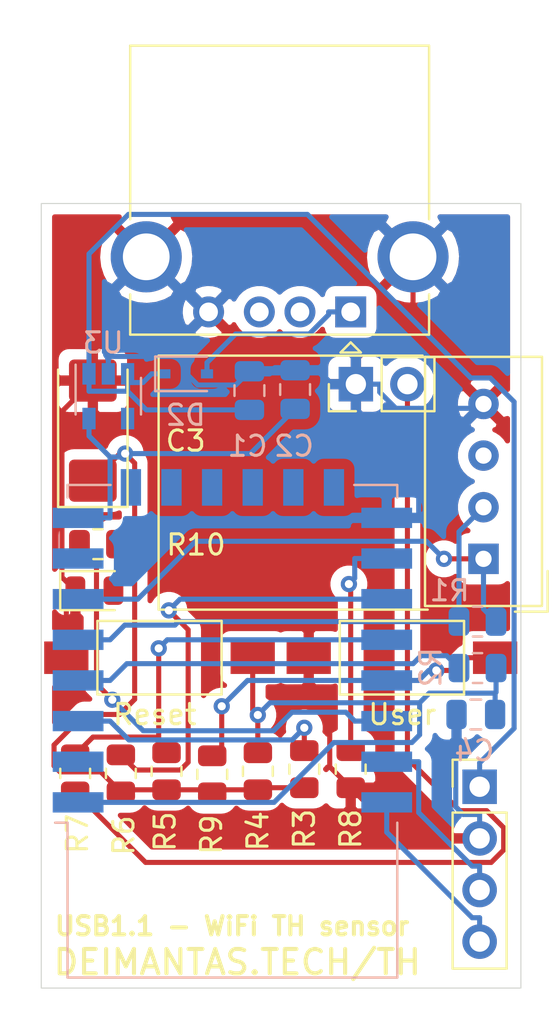
<source format=kicad_pcb>
(kicad_pcb (version 20171130) (host pcbnew "(5.1.12)-1")

  (general
    (thickness 1.6)
    (drawings 9)
    (tracks 208)
    (zones 0)
    (modules 24)
    (nets 31)
  )

  (page A4)
  (layers
    (0 F.Cu signal)
    (31 B.Cu signal)
    (32 B.Adhes user)
    (33 F.Adhes user)
    (34 B.Paste user)
    (35 F.Paste user)
    (36 B.SilkS user)
    (37 F.SilkS user)
    (38 B.Mask user)
    (39 F.Mask user)
    (40 Dwgs.User user)
    (41 Cmts.User user)
    (42 Eco1.User user)
    (43 Eco2.User user)
    (44 Edge.Cuts user)
    (45 Margin user)
    (46 B.CrtYd user)
    (47 F.CrtYd user)
    (48 B.Fab user)
    (49 F.Fab user)
  )

  (setup
    (last_trace_width 0.25)
    (user_trace_width 0.5)
    (user_trace_width 1)
    (user_trace_width 2)
    (trace_clearance 0.2)
    (zone_clearance 0.508)
    (zone_45_only no)
    (trace_min 0.2)
    (via_size 0.8)
    (via_drill 0.4)
    (via_min_size 0.4)
    (via_min_drill 0.3)
    (uvia_size 0.3)
    (uvia_drill 0.1)
    (uvias_allowed no)
    (uvia_min_size 0.2)
    (uvia_min_drill 0.1)
    (edge_width 0.05)
    (segment_width 0.2)
    (pcb_text_width 0.3)
    (pcb_text_size 1.5 1.5)
    (mod_edge_width 0.12)
    (mod_text_size 1 1)
    (mod_text_width 0.15)
    (pad_size 1.524 1.524)
    (pad_drill 0.762)
    (pad_to_mask_clearance 0)
    (aux_axis_origin 0 0)
    (visible_elements 7FFFFFFF)
    (pcbplotparams
      (layerselection 0x010fc_ffffffff)
      (usegerberextensions false)
      (usegerberattributes true)
      (usegerberadvancedattributes true)
      (creategerberjobfile true)
      (excludeedgelayer true)
      (linewidth 0.100000)
      (plotframeref false)
      (viasonmask false)
      (mode 1)
      (useauxorigin false)
      (hpglpennumber 1)
      (hpglpenspeed 20)
      (hpglpendiameter 15.000000)
      (psnegative false)
      (psa4output false)
      (plotreference true)
      (plotvalue true)
      (plotinvisibletext false)
      (padsonsilk false)
      (subtractmaskfromsilk false)
      (outputformat 1)
      (mirror false)
      (drillshape 0)
      (scaleselection 1)
      (outputdirectory "gbr/"))
  )

  (net 0 "")
  (net 1 VCC)
  (net 2 RST)
  (net 3 TX)
  (net 4 RX)
  (net 5 DHT11_IO)
  (net 6 DHT11_VCC)
  (net 7 "Net-(R2-Pad2)")
  (net 8 "Net-(R3-Pad2)")
  (net 9 "Net-(R5-Pad2)")
  (net 10 "Net-(R6-Pad2)")
  (net 11 "Net-(R8-Pad1)")
  (net 12 "Net-(U1-Pad14)")
  (net 13 "Net-(U1-Pad13)")
  (net 14 "Net-(U1-Pad10)")
  (net 15 "Net-(U1-Pad9)")
  (net 16 "Net-(U1-Pad7)")
  (net 17 "Net-(U1-Pad2)")
  (net 18 "Net-(U2-Pad3)")
  (net 19 "Net-(U3-Pad4)")
  (net 20 "Net-(D1-Pad2)")
  (net 21 USER_BUTTON)
  (net 22 USER_LED)
  (net 23 "Net-(U1-Pad12)")
  (net 24 "Net-(U1-Pad11)")
  (net 25 "Net-(J3-Pad2)")
  (net 26 USB_GND)
  (net 27 VDD5V)
  (net 28 "Net-(D2-Pad2)")
  (net 29 "Net-(J1-Pad3)")
  (net 30 "Net-(J1-Pad2)")

  (net_class Default "This is the default net class."
    (clearance 0.2)
    (trace_width 0.25)
    (via_dia 0.8)
    (via_drill 0.4)
    (uvia_dia 0.3)
    (uvia_drill 0.1)
    (diff_pair_width 0.25)
    (diff_pair_gap 0.25)
    (add_net DHT11_IO)
    (add_net DHT11_VCC)
    (add_net "Net-(D1-Pad2)")
    (add_net "Net-(D2-Pad2)")
    (add_net "Net-(J1-Pad2)")
    (add_net "Net-(J1-Pad3)")
    (add_net "Net-(J3-Pad2)")
    (add_net "Net-(R2-Pad2)")
    (add_net "Net-(R3-Pad2)")
    (add_net "Net-(R5-Pad2)")
    (add_net "Net-(R6-Pad2)")
    (add_net "Net-(R8-Pad1)")
    (add_net "Net-(U1-Pad10)")
    (add_net "Net-(U1-Pad11)")
    (add_net "Net-(U1-Pad12)")
    (add_net "Net-(U1-Pad13)")
    (add_net "Net-(U1-Pad14)")
    (add_net "Net-(U1-Pad2)")
    (add_net "Net-(U1-Pad7)")
    (add_net "Net-(U1-Pad9)")
    (add_net "Net-(U2-Pad3)")
    (add_net "Net-(U3-Pad4)")
    (add_net RST)
    (add_net RX)
    (add_net TX)
    (add_net USB_GND)
    (add_net USER_BUTTON)
    (add_net USER_LED)
    (add_net VCC)
    (add_net VDD5V)
  )

  (module Connector_USB:USB_A_CONNFLY_DS1095-WNR0 (layer F.Cu) (tedit 5E39FFBD) (tstamp 62138150)
    (at 157.48 85.598 180)
    (descr http://www.connfly.com/userfiles/image/UpLoadFile/File/2013/5/6/DS1095.pdf)
    (tags "USB-A receptacle horizontal through-hole")
    (path /621423F4)
    (fp_text reference J1 (at 3.5 -3.19) (layer F.SilkS) hide
      (effects (font (size 1 1) (thickness 0.15)))
    )
    (fp_text value USB_A (at 3.5 14.5) (layer F.Fab)
      (effects (font (size 1 1) (thickness 0.15)))
    )
    (fp_line (start 0.5 -2) (end -0.5 -2) (layer F.SilkS) (width 0.12))
    (fp_line (start 0 -1.5) (end 0.5 -2) (layer F.SilkS) (width 0.12))
    (fp_line (start -0.5 -2) (end 0 -1.5) (layer F.SilkS) (width 0.12))
    (fp_line (start 10.86 0.86) (end 10.86 -1.12) (layer F.SilkS) (width 0.12))
    (fp_line (start -3.86 -1.12) (end -3.86 0.86) (layer F.SilkS) (width 0.12))
    (fp_line (start -3.86 -1.12) (end 10.86 -1.12) (layer F.SilkS) (width 0.12))
    (fp_line (start 10.86 4.56) (end 10.86 13.1) (layer F.SilkS) (width 0.12))
    (fp_line (start -3.86 13.1) (end 10.86 13.1) (layer F.SilkS) (width 0.12))
    (fp_line (start -3.86 4.56) (end -3.86 13.1) (layer F.SilkS) (width 0.12))
    (fp_line (start -5.32 -1.51) (end 12.32 -1.51) (layer F.CrtYd) (width 0.05))
    (fp_line (start 12.32 -1.51) (end 12.32 13.49) (layer F.CrtYd) (width 0.05))
    (fp_line (start 12.32 13.49) (end -5.32 13.49) (layer F.CrtYd) (width 0.05))
    (fp_line (start -5.32 -1.51) (end -5.32 13.49) (layer F.CrtYd) (width 0.05))
    (fp_line (start -2.87 -1.01) (end -3.75 -0.13) (layer F.Fab) (width 0.1))
    (fp_line (start -3.75 12.99) (end 10.75 12.99) (layer F.Fab) (width 0.1))
    (fp_line (start -2.87 -1.01) (end 10.75 -1.01) (layer F.Fab) (width 0.1))
    (fp_line (start 10.75 -1.01) (end 10.75 12.99) (layer F.Fab) (width 0.1))
    (fp_line (start -3.75 -0.13) (end -3.75 12.99) (layer F.Fab) (width 0.1))
    (fp_text user %R (at 3.5 3.7) (layer F.Fab)
      (effects (font (size 1 1) (thickness 0.15)))
    )
    (pad 4 thru_hole circle (at 7 0 180) (size 1.524 1.524) (drill 0.92) (layers *.Cu *.Mask)
      (net 26 USB_GND))
    (pad 3 thru_hole circle (at 4.5 0 180) (size 1.524 1.524) (drill 0.92) (layers *.Cu *.Mask)
      (net 29 "Net-(J1-Pad3)"))
    (pad 2 thru_hole circle (at 2.5 0 180) (size 1.524 1.524) (drill 0.92) (layers *.Cu *.Mask)
      (net 30 "Net-(J1-Pad2)"))
    (pad 1 thru_hole rect (at 0 0 180) (size 1.524 1.524) (drill 0.92) (layers *.Cu *.Mask)
      (net 28 "Net-(D2-Pad2)"))
    (pad 5 thru_hole circle (at -3.07 2.71 180) (size 3.5 3.5) (drill 2.3) (layers *.Cu *.Mask)
      (net 26 USB_GND))
    (pad 5 thru_hole circle (at 10.07 2.71 180) (size 3.5 3.5) (drill 2.3) (layers *.Cu *.Mask)
      (net 26 USB_GND))
    (model ${KISYS3DMOD}/Connector_USB.3dshapes/USB_A_CONNFLY_DS1095-WNR0.wrl
      (at (xyz 0 0 0))
      (scale (xyz 1 1 1))
      (rotate (xyz 0 0 0))
    )
  )

  (module Diode_SMD:D_SOD-323 (layer B.Cu) (tedit 58641739) (tstamp 62138123)
    (at 149.352 88.646)
    (descr SOD-323)
    (tags SOD-323)
    (path /6214374E)
    (attr smd)
    (fp_text reference D2 (at 0 2.032 180) (layer B.SilkS)
      (effects (font (size 1 1) (thickness 0.15)) (justify mirror))
    )
    (fp_text value "1N4007 (DO-214AC)" (at 0 -2.6 180) (layer B.Fab)
      (effects (font (size 1 1) (thickness 0.15)) (justify mirror))
    )
    (fp_line (start -1.5 0.85) (end 1.05 0.85) (layer B.SilkS) (width 0.12))
    (fp_line (start -1.5 -0.85) (end 1.05 -0.85) (layer B.SilkS) (width 0.12))
    (fp_line (start -1.6 0.95) (end -1.6 -0.95) (layer B.CrtYd) (width 0.05))
    (fp_line (start -1.6 -0.95) (end 1.6 -0.95) (layer B.CrtYd) (width 0.05))
    (fp_line (start 1.6 0.95) (end 1.6 -0.95) (layer B.CrtYd) (width 0.05))
    (fp_line (start -1.6 0.95) (end 1.6 0.95) (layer B.CrtYd) (width 0.05))
    (fp_line (start -0.9 0.7) (end 0.9 0.7) (layer B.Fab) (width 0.1))
    (fp_line (start 0.9 0.7) (end 0.9 -0.7) (layer B.Fab) (width 0.1))
    (fp_line (start 0.9 -0.7) (end -0.9 -0.7) (layer B.Fab) (width 0.1))
    (fp_line (start -0.9 -0.7) (end -0.9 0.7) (layer B.Fab) (width 0.1))
    (fp_line (start -0.3 0.35) (end -0.3 -0.35) (layer B.Fab) (width 0.1))
    (fp_line (start -0.3 0) (end -0.5 0) (layer B.Fab) (width 0.1))
    (fp_line (start -0.3 0) (end 0.2 0.35) (layer B.Fab) (width 0.1))
    (fp_line (start 0.2 0.35) (end 0.2 -0.35) (layer B.Fab) (width 0.1))
    (fp_line (start 0.2 -0.35) (end -0.3 0) (layer B.Fab) (width 0.1))
    (fp_line (start 0.2 0) (end 0.45 0) (layer B.Fab) (width 0.1))
    (fp_line (start -1.5 0.85) (end -1.5 -0.85) (layer B.SilkS) (width 0.12))
    (fp_text user %R (at 0 2.5 180) (layer B.Fab)
      (effects (font (size 1 1) (thickness 0.15)) (justify mirror))
    )
    (pad 2 smd rect (at 1.05 0) (size 0.6 0.45) (layers B.Cu B.Paste B.Mask)
      (net 28 "Net-(D2-Pad2)"))
    (pad 1 smd rect (at -1.05 0) (size 0.6 0.45) (layers B.Cu B.Paste B.Mask)
      (net 27 VDD5V))
    (model ${KISYS3DMOD}/Diode_SMD.3dshapes/D_SOD-323.wrl
      (at (xyz 0 0 0))
      (scale (xyz 1 1 1))
      (rotate (xyz 0 0 0))
    )
  )

  (module Package_TO_SOT_SMD:SOT-23-5 (layer B.Cu) (tedit 5A02FF57) (tstamp 621382C6)
    (at 145.542 89.746 270)
    (descr "5-pin SOT23 package")
    (tags SOT-23-5)
    (path /61A8056B)
    (attr smd)
    (fp_text reference U3 (at -2.624 0.254 180) (layer B.SilkS)
      (effects (font (size 1 1) (thickness 0.15)) (justify mirror))
    )
    (fp_text value SPX3819M5-L (at 0 -2.9 90) (layer B.Fab)
      (effects (font (size 1 1) (thickness 0.15)) (justify mirror))
    )
    (fp_line (start 0.9 1.55) (end 0.9 -1.55) (layer B.Fab) (width 0.1))
    (fp_line (start 0.9 -1.55) (end -0.9 -1.55) (layer B.Fab) (width 0.1))
    (fp_line (start -0.9 0.9) (end -0.9 -1.55) (layer B.Fab) (width 0.1))
    (fp_line (start 0.9 1.55) (end -0.25 1.55) (layer B.Fab) (width 0.1))
    (fp_line (start -0.9 0.9) (end -0.25 1.55) (layer B.Fab) (width 0.1))
    (fp_line (start -1.9 -1.8) (end -1.9 1.8) (layer B.CrtYd) (width 0.05))
    (fp_line (start 1.9 -1.8) (end -1.9 -1.8) (layer B.CrtYd) (width 0.05))
    (fp_line (start 1.9 1.8) (end 1.9 -1.8) (layer B.CrtYd) (width 0.05))
    (fp_line (start -1.9 1.8) (end 1.9 1.8) (layer B.CrtYd) (width 0.05))
    (fp_line (start 0.9 1.61) (end -1.55 1.61) (layer B.SilkS) (width 0.12))
    (fp_line (start -0.9 -1.61) (end 0.9 -1.61) (layer B.SilkS) (width 0.12))
    (fp_text user %R (at 0 0 180) (layer B.Fab)
      (effects (font (size 0.5 0.5) (thickness 0.075)) (justify mirror))
    )
    (pad 5 smd rect (at 1.1 0.95 270) (size 1.06 0.65) (layers B.Cu B.Paste B.Mask)
      (net 1 VCC))
    (pad 4 smd rect (at 1.1 -0.95 270) (size 1.06 0.65) (layers B.Cu B.Paste B.Mask)
      (net 19 "Net-(U3-Pad4)"))
    (pad 3 smd rect (at -1.1 -0.95 270) (size 1.06 0.65) (layers B.Cu B.Paste B.Mask)
      (net 27 VDD5V))
    (pad 2 smd rect (at -1.1 0 270) (size 1.06 0.65) (layers B.Cu B.Paste B.Mask)
      (net 26 USB_GND))
    (pad 1 smd rect (at -1.1 0.95 270) (size 1.06 0.65) (layers B.Cu B.Paste B.Mask)
      (net 27 VDD5V))
    (model ${KISYS3DMOD}/Package_TO_SOT_SMD.3dshapes/SOT-23-5.wrl
      (at (xyz 0 0 0))
      (scale (xyz 1 1 1))
      (rotate (xyz 0 0 0))
    )
  )

  (module Sensor:Aosong_DHT11_5.5x12.0_P2.54mm (layer F.Cu) (tedit 5C4B60CF) (tstamp 62140803)
    (at 164.02 97.75 180)
    (descr "Temperature and humidity module, http://akizukidenshi.com/download/ds/aosong/DHT11.pdf")
    (tags "Temperature and humidity module")
    (path /61A0ED73)
    (fp_text reference U2 (at -1 -3.5) (layer F.SilkS) hide
      (effects (font (size 1 1) (thickness 0.15)))
    )
    (fp_text value DHT11 (at 0 11.3) (layer F.Fab)
      (effects (font (size 1 1) (thickness 0.15)))
    )
    (fp_line (start -3.16 -2.6) (end -1.55 -2.6) (layer F.SilkS) (width 0.12))
    (fp_line (start -3.16 -2.6) (end -3.16 -0.6) (layer F.SilkS) (width 0.12))
    (fp_line (start -2.75 -1.19) (end -1.75 -2.19) (layer F.Fab) (width 0.1))
    (fp_line (start -3 10.06) (end -3 -2.44) (layer F.CrtYd) (width 0.05))
    (fp_line (start 3 10.06) (end -3 10.06) (layer F.CrtYd) (width 0.05))
    (fp_line (start 3 -2.44) (end 3 10.06) (layer F.CrtYd) (width 0.05))
    (fp_line (start -3 -2.44) (end 3 -2.44) (layer F.CrtYd) (width 0.05))
    (fp_line (start -2.88 9.94) (end -2.88 -2.31) (layer F.SilkS) (width 0.12))
    (fp_line (start 2.88 9.94) (end -2.88 9.94) (layer F.SilkS) (width 0.12))
    (fp_line (start 2.88 -2.32) (end 2.88 9.94) (layer F.SilkS) (width 0.12))
    (fp_line (start -2.87 -2.32) (end 2.87 -2.32) (layer F.SilkS) (width 0.12))
    (fp_line (start -2.75 -1.19) (end -2.75 9.81) (layer F.Fab) (width 0.1))
    (fp_line (start 2.75 9.81) (end -2.75 9.81) (layer F.Fab) (width 0.1))
    (fp_line (start 2.75 -2.19) (end 2.75 9.81) (layer F.Fab) (width 0.1))
    (fp_line (start -1.75 -2.19) (end 2.75 -2.19) (layer F.Fab) (width 0.1))
    (fp_text user %R (at 0 3.81) (layer F.Fab)
      (effects (font (size 1 1) (thickness 0.15)))
    )
    (pad 4 thru_hole circle (at 0 7.62 180) (size 1.5 1.5) (drill 0.8) (layers *.Cu *.Mask)
      (net 26 USB_GND))
    (pad 3 thru_hole circle (at 0 5.08 180) (size 1.5 1.5) (drill 0.8) (layers *.Cu *.Mask)
      (net 18 "Net-(U2-Pad3)"))
    (pad 2 thru_hole circle (at 0 2.54 180) (size 1.5 1.5) (drill 0.8) (layers *.Cu *.Mask)
      (net 5 DHT11_IO))
    (pad 1 thru_hole rect (at 0 0 180) (size 1.5 1.5) (drill 0.8) (layers *.Cu *.Mask)
      (net 6 DHT11_VCC))
    (model ${KISYS3DMOD}/Sensor.3dshapes/Aosong_DHT11_5.5x12.0_P2.54mm.wrl
      (at (xyz 0 0 0))
      (scale (xyz 1 1 1))
      (rotate (xyz 0 0 0))
    )
  )

  (module RF_Module:ESP-12E (layer B.Cu) (tedit 5A030172) (tstamp 62138299)
    (at 151.654 106.234)
    (descr "Wi-Fi Module, http://wiki.ai-thinker.com/_media/esp8266/docs/aithinker_esp_12f_datasheet_en.pdf")
    (tags "Wi-Fi Module")
    (path /61A0DF15)
    (attr smd)
    (fp_text reference U1 (at -1.992 1.07) (layer B.SilkS) hide
      (effects (font (size 1 1) (thickness 0.15)) (justify mirror))
    )
    (fp_text value ESP-12F (at 0.04 5.896) (layer B.Fab)
      (effects (font (size 1 1) (thickness 0.15)) (justify mirror))
    )
    (fp_line (start 5.56 4.8) (end 8.12 7.36) (layer Dwgs.User) (width 0.12))
    (fp_line (start 2.56 4.8) (end 8.12 10.36) (layer Dwgs.User) (width 0.12))
    (fp_line (start -0.44 4.8) (end 6.88 12.12) (layer Dwgs.User) (width 0.12))
    (fp_line (start -3.44 4.8) (end 3.88 12.12) (layer Dwgs.User) (width 0.12))
    (fp_line (start -6.44 4.8) (end 0.88 12.12) (layer Dwgs.User) (width 0.12))
    (fp_line (start -8.12 6.12) (end -2.12 12.12) (layer Dwgs.User) (width 0.12))
    (fp_line (start -8.12 9.12) (end -5.12 12.12) (layer Dwgs.User) (width 0.12))
    (fp_line (start -8.12 4.8) (end -8.12 12.12) (layer Dwgs.User) (width 0.12))
    (fp_line (start 8.12 4.8) (end -8.12 4.8) (layer Dwgs.User) (width 0.12))
    (fp_line (start 8.12 12.12) (end 8.12 4.8) (layer Dwgs.User) (width 0.12))
    (fp_line (start -8.12 12.12) (end 8.12 12.12) (layer Dwgs.User) (width 0.12))
    (fp_line (start -8.12 4.5) (end -8.73 4.5) (layer B.SilkS) (width 0.12))
    (fp_line (start -8.12 4.5) (end -8.12 12.12) (layer B.SilkS) (width 0.12))
    (fp_line (start -8.12 -12.12) (end -8.12 -11.5) (layer B.SilkS) (width 0.12))
    (fp_line (start -6 -12.12) (end -8.12 -12.12) (layer B.SilkS) (width 0.12))
    (fp_line (start 8.12 -12.12) (end 6 -12.12) (layer B.SilkS) (width 0.12))
    (fp_line (start 8.12 -11.5) (end 8.12 -12.12) (layer B.SilkS) (width 0.12))
    (fp_line (start 8.12 12.12) (end 8.12 4.5) (layer B.SilkS) (width 0.12))
    (fp_line (start -8.12 12.12) (end 8.12 12.12) (layer B.SilkS) (width 0.12))
    (fp_line (start -9.05 -13.1) (end -9.05 12.2) (layer B.CrtYd) (width 0.05))
    (fp_line (start 9.05 -13.1) (end -9.05 -13.1) (layer B.CrtYd) (width 0.05))
    (fp_line (start 9.05 12.2) (end 9.05 -13.1) (layer B.CrtYd) (width 0.05))
    (fp_line (start -9.05 12.2) (end 9.05 12.2) (layer B.CrtYd) (width 0.05))
    (fp_line (start -8 4) (end -8 12) (layer B.Fab) (width 0.12))
    (fp_line (start -7.5 3.5) (end -8 4) (layer B.Fab) (width 0.12))
    (fp_line (start -8 3) (end -7.5 3.5) (layer B.Fab) (width 0.12))
    (fp_line (start -8 -12) (end -8 3) (layer B.Fab) (width 0.12))
    (fp_line (start 8 -12) (end -8 -12) (layer B.Fab) (width 0.12))
    (fp_line (start 8 12) (end 8 -12) (layer B.Fab) (width 0.12))
    (fp_line (start -8 12) (end 8 12) (layer B.Fab) (width 0.12))
    (fp_text user %R (at 0.49 0.8) (layer B.Fab)
      (effects (font (size 1 1) (thickness 0.15)) (justify mirror))
    )
    (fp_text user "KEEP-OUT ZONE" (at 0.03 9.55 180) (layer Cmts.User)
      (effects (font (size 1 1) (thickness 0.15)))
    )
    (fp_text user Antenna (at -0.06 7 180) (layer Cmts.User)
      (effects (font (size 1 1) (thickness 0.15)))
    )
    (pad 22 smd rect (at 7.6 3.5) (size 2.5 1) (layers B.Cu B.Paste B.Mask)
      (net 3 TX))
    (pad 21 smd rect (at 7.6 1.5) (size 2.5 1) (layers B.Cu B.Paste B.Mask)
      (net 4 RX))
    (pad 20 smd rect (at 7.6 -0.5) (size 2.5 1) (layers B.Cu B.Paste B.Mask)
      (net 22 USER_LED))
    (pad 19 smd rect (at 7.6 -2.5) (size 2.5 1) (layers B.Cu B.Paste B.Mask)
      (net 21 USER_BUTTON))
    (pad 18 smd rect (at 7.6 -4.5) (size 2.5 1) (layers B.Cu B.Paste B.Mask)
      (net 9 "Net-(R5-Pad2)"))
    (pad 17 smd rect (at 7.6 -6.5) (size 2.5 1) (layers B.Cu B.Paste B.Mask)
      (net 10 "Net-(R6-Pad2)"))
    (pad 16 smd rect (at 7.6 -8.5) (size 2.5 1) (layers B.Cu B.Paste B.Mask)
      (net 11 "Net-(R8-Pad1)"))
    (pad 15 smd rect (at 7.6 -10.5) (size 2.5 1) (layers B.Cu B.Paste B.Mask)
      (net 26 USB_GND))
    (pad 14 smd rect (at 5 -12) (size 1 1.8) (layers B.Cu B.Paste B.Mask)
      (net 12 "Net-(U1-Pad14)"))
    (pad 13 smd rect (at 3 -12) (size 1 1.8) (layers B.Cu B.Paste B.Mask)
      (net 13 "Net-(U1-Pad13)"))
    (pad 12 smd rect (at 1 -12) (size 1 1.8) (layers B.Cu B.Paste B.Mask)
      (net 23 "Net-(U1-Pad12)"))
    (pad 11 smd rect (at -1 -12) (size 1 1.8) (layers B.Cu B.Paste B.Mask)
      (net 24 "Net-(U1-Pad11)"))
    (pad 10 smd rect (at -3 -12) (size 1 1.8) (layers B.Cu B.Paste B.Mask)
      (net 14 "Net-(U1-Pad10)"))
    (pad 9 smd rect (at -5 -12) (size 1 1.8) (layers B.Cu B.Paste B.Mask)
      (net 15 "Net-(U1-Pad9)"))
    (pad 8 smd rect (at -7.6 -10.5) (size 2.5 1) (layers B.Cu B.Paste B.Mask)
      (net 1 VCC))
    (pad 7 smd rect (at -7.6 -8.5) (size 2.5 1) (layers B.Cu B.Paste B.Mask)
      (net 16 "Net-(U1-Pad7)"))
    (pad 6 smd rect (at -7.6 -6.5) (size 2.5 1) (layers B.Cu B.Paste B.Mask)
      (net 6 DHT11_VCC))
    (pad 5 smd rect (at -7.6 -4.5) (size 2.5 1) (layers B.Cu B.Paste B.Mask)
      (net 5 DHT11_IO))
    (pad 4 smd rect (at -7.6 -2.5) (size 2.5 1) (layers B.Cu B.Paste B.Mask)
      (net 7 "Net-(R2-Pad2)"))
    (pad 3 smd rect (at -7.6 -0.5) (size 2.5 1) (layers B.Cu B.Paste B.Mask)
      (net 8 "Net-(R3-Pad2)"))
    (pad 2 smd rect (at -7.6 1.5) (size 2.5 1) (layers B.Cu B.Paste B.Mask)
      (net 17 "Net-(U1-Pad2)"))
    (pad 1 smd rect (at -7.6 3.5) (size 2.5 1) (layers B.Cu B.Paste B.Mask)
      (net 2 RST))
    (model ${KISYS3DMOD}/RF_Module.3dshapes/ESP-12E.wrl
      (at (xyz 0 0 0))
      (scale (xyz 1 1 1))
      (rotate (xyz 0 0 0))
    )
  )

  (module Button_Switch_SMD:SW_SPST_FSMSM (layer F.Cu) (tedit 5A02FC95) (tstamp 6213E121)
    (at 160.002 102.616)
    (descr http://www.te.com/commerce/DocumentDelivery/DDEController?Action=srchrtrv&DocNm=1437566-3&DocType=Customer+Drawing&DocLang=English)
    (tags "SPST button tactile switch")
    (path /61A7DAE6)
    (attr smd)
    (fp_text reference User (at 0.018 2.794 180) (layer F.SilkS)
      (effects (font (size 1 1) (thickness 0.15)))
    )
    (fp_text value SW_Push (at -0.148 -0.03) (layer F.Fab)
      (effects (font (size 1 1) (thickness 0.15)))
    )
    (fp_line (start -5.95 -2) (end 5.95 -2) (layer F.CrtYd) (width 0.05))
    (fp_line (start -5.95 -2) (end -5.95 2) (layer F.CrtYd) (width 0.05))
    (fp_line (start 3 -1.75) (end 3 1.75) (layer F.Fab) (width 0.1))
    (fp_line (start -3 -1.75) (end -3 1.75) (layer F.Fab) (width 0.1))
    (fp_line (start -3 -1.75) (end 3 -1.75) (layer F.Fab) (width 0.1))
    (fp_line (start -3 1.75) (end 3 1.75) (layer F.Fab) (width 0.1))
    (fp_line (start 5.95 -2) (end 5.95 2) (layer F.CrtYd) (width 0.05))
    (fp_line (start -5.95 2) (end 5.95 2) (layer F.CrtYd) (width 0.05))
    (fp_line (start -1.5 -0.8) (end -1.5 0.8) (layer F.Fab) (width 0.1))
    (fp_line (start 1.5 -0.8) (end 1.5 0.8) (layer F.Fab) (width 0.1))
    (fp_line (start -1.5 -0.8) (end 1.5 -0.8) (layer F.Fab) (width 0.1))
    (fp_line (start -1.5 0.8) (end 1.5 0.8) (layer F.Fab) (width 0.1))
    (fp_line (start -3.06 1.81) (end -3.06 -1.81) (layer F.SilkS) (width 0.12))
    (fp_line (start 3.06 1.81) (end -3.06 1.81) (layer F.SilkS) (width 0.12))
    (fp_line (start 3.06 -1.81) (end 3.06 1.81) (layer F.SilkS) (width 0.12))
    (fp_line (start -3.06 -1.81) (end 3.06 -1.81) (layer F.SilkS) (width 0.12))
    (fp_line (start -1.75 1) (end -1.75 -1) (layer F.Fab) (width 0.1))
    (fp_line (start 1.75 1) (end -1.75 1) (layer F.Fab) (width 0.1))
    (fp_line (start 1.75 -1) (end 1.75 1) (layer F.Fab) (width 0.1))
    (fp_line (start -1.75 -1) (end 1.75 -1) (layer F.Fab) (width 0.1))
    (fp_text user %R (at 0 -2.6) (layer F.Fab)
      (effects (font (size 1 1) (thickness 0.15)))
    )
    (pad 2 smd rect (at 4.59 0) (size 2.18 1.6) (layers F.Cu F.Paste F.Mask)
      (net 21 USER_BUTTON))
    (pad 1 smd rect (at -4.59 0) (size 2.18 1.6) (layers F.Cu F.Paste F.Mask)
      (net 26 USB_GND))
    (model ${KISYS3DMOD}/Button_Switch_SMD.3dshapes/SW_SPST_FSMSM.wrl
      (at (xyz 0 0 0))
      (scale (xyz 1 1 1))
      (rotate (xyz 0 0 0))
    )
  )

  (module Button_Switch_SMD:SW_SPST_FSMSM (layer F.Cu) (tedit 5A02FC95) (tstamp 62138243)
    (at 148.064 102.616 180)
    (descr http://www.te.com/commerce/DocumentDelivery/DDEController?Action=srchrtrv&DocNm=1437566-3&DocType=Customer+Drawing&DocLang=English)
    (tags "SPST button tactile switch")
    (path /61A575D4)
    (attr smd)
    (fp_text reference Reset (at 0.236 -2.794) (layer F.SilkS)
      (effects (font (size 1 1) (thickness 0.15)))
    )
    (fp_text value SW_Push (at 0 3) (layer F.Fab)
      (effects (font (size 1 1) (thickness 0.15)))
    )
    (fp_line (start -5.95 -2) (end 5.95 -2) (layer F.CrtYd) (width 0.05))
    (fp_line (start -5.95 -2) (end -5.95 2) (layer F.CrtYd) (width 0.05))
    (fp_line (start 3 -1.75) (end 3 1.75) (layer F.Fab) (width 0.1))
    (fp_line (start -3 -1.75) (end -3 1.75) (layer F.Fab) (width 0.1))
    (fp_line (start -3 -1.75) (end 3 -1.75) (layer F.Fab) (width 0.1))
    (fp_line (start -3 1.75) (end 3 1.75) (layer F.Fab) (width 0.1))
    (fp_line (start 5.95 -2) (end 5.95 2) (layer F.CrtYd) (width 0.05))
    (fp_line (start -5.95 2) (end 5.95 2) (layer F.CrtYd) (width 0.05))
    (fp_line (start -1.5 -0.8) (end -1.5 0.8) (layer F.Fab) (width 0.1))
    (fp_line (start 1.5 -0.8) (end 1.5 0.8) (layer F.Fab) (width 0.1))
    (fp_line (start -1.5 -0.8) (end 1.5 -0.8) (layer F.Fab) (width 0.1))
    (fp_line (start -1.5 0.8) (end 1.5 0.8) (layer F.Fab) (width 0.1))
    (fp_line (start -3.06 1.81) (end -3.06 -1.81) (layer F.SilkS) (width 0.12))
    (fp_line (start 3.06 1.81) (end -3.06 1.81) (layer F.SilkS) (width 0.12))
    (fp_line (start 3.06 -1.81) (end 3.06 1.81) (layer F.SilkS) (width 0.12))
    (fp_line (start -3.06 -1.81) (end 3.06 -1.81) (layer F.SilkS) (width 0.12))
    (fp_line (start -1.75 1) (end -1.75 -1) (layer F.Fab) (width 0.1))
    (fp_line (start 1.75 1) (end -1.75 1) (layer F.Fab) (width 0.1))
    (fp_line (start 1.75 -1) (end 1.75 1) (layer F.Fab) (width 0.1))
    (fp_line (start -1.75 -1) (end 1.75 -1) (layer F.Fab) (width 0.1))
    (fp_text user %R (at -0.258 0.03) (layer F.Fab)
      (effects (font (size 1 1) (thickness 0.15)))
    )
    (pad 2 smd rect (at 4.59 0 180) (size 2.18 1.6) (layers F.Cu F.Paste F.Mask)
      (net 26 USB_GND))
    (pad 1 smd rect (at -4.59 0 180) (size 2.18 1.6) (layers F.Cu F.Paste F.Mask)
      (net 2 RST))
    (model ${KISYS3DMOD}/Button_Switch_SMD.3dshapes/SW_SPST_FSMSM.wrl
      (at (xyz 0 0 0))
      (scale (xyz 1 1 1))
      (rotate (xyz 0 0 0))
    )
  )

  (module Resistor_SMD:R_0805_2012Metric (layer F.Cu) (tedit 5F68FEEE) (tstamp 62138228)
    (at 145.034 97.028 180)
    (descr "Resistor SMD 0805 (2012 Metric), square (rectangular) end terminal, IPC_7351 nominal, (Body size source: IPC-SM-782 page 72, https://www.pcb-3d.com/wordpress/wp-content/uploads/ipc-sm-782a_amendment_1_and_2.pdf), generated with kicad-footprint-generator")
    (tags resistor)
    (path /61A7B13C)
    (attr smd)
    (fp_text reference R10 (at -4.826 -0.034) (layer F.SilkS)
      (effects (font (size 1 1) (thickness 0.15)))
    )
    (fp_text value R470 (at 0 1.65) (layer F.Fab)
      (effects (font (size 1 1) (thickness 0.15)))
    )
    (fp_line (start 1.68 0.95) (end -1.68 0.95) (layer F.CrtYd) (width 0.05))
    (fp_line (start 1.68 -0.95) (end 1.68 0.95) (layer F.CrtYd) (width 0.05))
    (fp_line (start -1.68 -0.95) (end 1.68 -0.95) (layer F.CrtYd) (width 0.05))
    (fp_line (start -1.68 0.95) (end -1.68 -0.95) (layer F.CrtYd) (width 0.05))
    (fp_line (start -0.227064 0.735) (end 0.227064 0.735) (layer F.SilkS) (width 0.12))
    (fp_line (start -0.227064 -0.735) (end 0.227064 -0.735) (layer F.SilkS) (width 0.12))
    (fp_line (start 1 0.625) (end -1 0.625) (layer F.Fab) (width 0.1))
    (fp_line (start 1 -0.625) (end 1 0.625) (layer F.Fab) (width 0.1))
    (fp_line (start -1 -0.625) (end 1 -0.625) (layer F.Fab) (width 0.1))
    (fp_line (start -1 0.625) (end -1 -0.625) (layer F.Fab) (width 0.1))
    (fp_text user %R (at 0 0) (layer F.Fab)
      (effects (font (size 0.5 0.5) (thickness 0.08)))
    )
    (pad 2 smd roundrect (at 0.9125 0 180) (size 1.025 1.4) (layers F.Cu F.Paste F.Mask) (roundrect_rratio 0.243902)
      (net 22 USER_LED))
    (pad 1 smd roundrect (at -0.9125 0 180) (size 1.025 1.4) (layers F.Cu F.Paste F.Mask) (roundrect_rratio 0.243902)
      (net 20 "Net-(D1-Pad2)"))
    (model ${KISYS3DMOD}/Resistor_SMD.3dshapes/R_0805_2012Metric.wrl
      (at (xyz 0 0 0))
      (scale (xyz 1 1 1))
      (rotate (xyz 0 0 0))
    )
  )

  (module Resistor_SMD:R_0805_2012Metric (layer F.Cu) (tedit 5F68FEEE) (tstamp 62138217)
    (at 150.66 108.354 270)
    (descr "Resistor SMD 0805 (2012 Metric), square (rectangular) end terminal, IPC_7351 nominal, (Body size source: IPC-SM-782 page 72, https://www.pcb-3d.com/wordpress/wp-content/uploads/ipc-sm-782a_amendment_1_and_2.pdf), generated with kicad-footprint-generator")
    (tags resistor)
    (path /61A823ED)
    (attr smd)
    (fp_text reference R9 (at 2.968 0.038 90) (layer F.SilkS)
      (effects (font (size 1 1) (thickness 0.15)))
    )
    (fp_text value R12K (at 0 1.65 90) (layer F.Fab)
      (effects (font (size 1 1) (thickness 0.15)))
    )
    (fp_line (start 1.68 0.95) (end -1.68 0.95) (layer F.CrtYd) (width 0.05))
    (fp_line (start 1.68 -0.95) (end 1.68 0.95) (layer F.CrtYd) (width 0.05))
    (fp_line (start -1.68 -0.95) (end 1.68 -0.95) (layer F.CrtYd) (width 0.05))
    (fp_line (start -1.68 0.95) (end -1.68 -0.95) (layer F.CrtYd) (width 0.05))
    (fp_line (start -0.227064 0.735) (end 0.227064 0.735) (layer F.SilkS) (width 0.12))
    (fp_line (start -0.227064 -0.735) (end 0.227064 -0.735) (layer F.SilkS) (width 0.12))
    (fp_line (start 1 0.625) (end -1 0.625) (layer F.Fab) (width 0.1))
    (fp_line (start 1 -0.625) (end 1 0.625) (layer F.Fab) (width 0.1))
    (fp_line (start -1 -0.625) (end 1 -0.625) (layer F.Fab) (width 0.1))
    (fp_line (start -1 0.625) (end -1 -0.625) (layer F.Fab) (width 0.1))
    (fp_text user %R (at 0 0 90) (layer F.Fab)
      (effects (font (size 0.5 0.5) (thickness 0.08)))
    )
    (pad 2 smd roundrect (at 0.9125 0 270) (size 1.025 1.4) (layers F.Cu F.Paste F.Mask) (roundrect_rratio 0.243902)
      (net 1 VCC))
    (pad 1 smd roundrect (at -0.9125 0 270) (size 1.025 1.4) (layers F.Cu F.Paste F.Mask) (roundrect_rratio 0.243902)
      (net 21 USER_BUTTON))
    (model ${KISYS3DMOD}/Resistor_SMD.3dshapes/R_0805_2012Metric.wrl
      (at (xyz 0 0 0))
      (scale (xyz 1 1 1))
      (rotate (xyz 0 0 0))
    )
  )

  (module Resistor_SMD:R_0805_2012Metric (layer F.Cu) (tedit 5F68FEEE) (tstamp 62138206)
    (at 157.48 108.1 270)
    (descr "Resistor SMD 0805 (2012 Metric), square (rectangular) end terminal, IPC_7351 nominal, (Body size source: IPC-SM-782 page 72, https://www.pcb-3d.com/wordpress/wp-content/uploads/ipc-sm-782a_amendment_1_and_2.pdf), generated with kicad-footprint-generator")
    (tags resistor)
    (path /61A65FED)
    (attr smd)
    (fp_text reference R8 (at 2.9445 0.002 90) (layer F.SilkS)
      (effects (font (size 1 1) (thickness 0.15)))
    )
    (fp_text value R12K (at 0 1.65 90) (layer F.Fab)
      (effects (font (size 1 1) (thickness 0.15)))
    )
    (fp_line (start 1.68 0.95) (end -1.68 0.95) (layer F.CrtYd) (width 0.05))
    (fp_line (start 1.68 -0.95) (end 1.68 0.95) (layer F.CrtYd) (width 0.05))
    (fp_line (start -1.68 -0.95) (end 1.68 -0.95) (layer F.CrtYd) (width 0.05))
    (fp_line (start -1.68 0.95) (end -1.68 -0.95) (layer F.CrtYd) (width 0.05))
    (fp_line (start -0.227064 0.735) (end 0.227064 0.735) (layer F.SilkS) (width 0.12))
    (fp_line (start -0.227064 -0.735) (end 0.227064 -0.735) (layer F.SilkS) (width 0.12))
    (fp_line (start 1 0.625) (end -1 0.625) (layer F.Fab) (width 0.1))
    (fp_line (start 1 -0.625) (end 1 0.625) (layer F.Fab) (width 0.1))
    (fp_line (start -1 -0.625) (end 1 -0.625) (layer F.Fab) (width 0.1))
    (fp_line (start -1 0.625) (end -1 -0.625) (layer F.Fab) (width 0.1))
    (fp_text user %R (at 0 0 90) (layer F.Fab)
      (effects (font (size 0.5 0.5) (thickness 0.08)))
    )
    (pad 2 smd roundrect (at 0.9125 0 270) (size 1.025 1.4) (layers F.Cu F.Paste F.Mask) (roundrect_rratio 0.243902)
      (net 26 USB_GND))
    (pad 1 smd roundrect (at -0.9125 0 270) (size 1.025 1.4) (layers F.Cu F.Paste F.Mask) (roundrect_rratio 0.243902)
      (net 11 "Net-(R8-Pad1)"))
    (model ${KISYS3DMOD}/Resistor_SMD.3dshapes/R_0805_2012Metric.wrl
      (at (xyz 0 0 0))
      (scale (xyz 1 1 1))
      (rotate (xyz 0 0 0))
    )
  )

  (module Resistor_SMD:R_0805_2012Metric (layer F.Cu) (tedit 5F68FEEE) (tstamp 621381F5)
    (at 143.91 108.308 270)
    (descr "Resistor SMD 0805 (2012 Metric), square (rectangular) end terminal, IPC_7351 nominal, (Body size source: IPC-SM-782 page 72, https://www.pcb-3d.com/wordpress/wp-content/uploads/ipc-sm-782a_amendment_1_and_2.pdf), generated with kicad-footprint-generator")
    (tags resistor)
    (path /61A5DE59)
    (attr smd)
    (fp_text reference R7 (at 2.968 -0.108 90) (layer F.SilkS)
      (effects (font (size 1 1) (thickness 0.15)))
    )
    (fp_text value R470 (at 0 1.65 90) (layer F.Fab)
      (effects (font (size 1 1) (thickness 0.15)))
    )
    (fp_line (start 1.68 0.95) (end -1.68 0.95) (layer F.CrtYd) (width 0.05))
    (fp_line (start 1.68 -0.95) (end 1.68 0.95) (layer F.CrtYd) (width 0.05))
    (fp_line (start -1.68 -0.95) (end 1.68 -0.95) (layer F.CrtYd) (width 0.05))
    (fp_line (start -1.68 0.95) (end -1.68 -0.95) (layer F.CrtYd) (width 0.05))
    (fp_line (start -0.227064 0.735) (end 0.227064 0.735) (layer F.SilkS) (width 0.12))
    (fp_line (start -0.227064 -0.735) (end 0.227064 -0.735) (layer F.SilkS) (width 0.12))
    (fp_line (start 1 0.625) (end -1 0.625) (layer F.Fab) (width 0.1))
    (fp_line (start 1 -0.625) (end 1 0.625) (layer F.Fab) (width 0.1))
    (fp_line (start -1 -0.625) (end 1 -0.625) (layer F.Fab) (width 0.1))
    (fp_line (start -1 0.625) (end -1 -0.625) (layer F.Fab) (width 0.1))
    (fp_text user %R (at 0 0 90) (layer F.Fab)
      (effects (font (size 0.5 0.5) (thickness 0.08)))
    )
    (pad 2 smd roundrect (at 0.9125 0 270) (size 1.025 1.4) (layers F.Cu F.Paste F.Mask) (roundrect_rratio 0.243902)
      (net 25 "Net-(J3-Pad2)"))
    (pad 1 smd roundrect (at -0.9125 0 270) (size 1.025 1.4) (layers F.Cu F.Paste F.Mask) (roundrect_rratio 0.243902)
      (net 9 "Net-(R5-Pad2)"))
    (model ${KISYS3DMOD}/Resistor_SMD.3dshapes/R_0805_2012Metric.wrl
      (at (xyz 0 0 0))
      (scale (xyz 1 1 1))
      (rotate (xyz 0 0 0))
    )
  )

  (module Resistor_SMD:R_0805_2012Metric (layer F.Cu) (tedit 5F68FEEE) (tstamp 621381E4)
    (at 146.16 108.308 90)
    (descr "Resistor SMD 0805 (2012 Metric), square (rectangular) end terminal, IPC_7351 nominal, (Body size source: IPC-SM-782 page 72, https://www.pcb-3d.com/wordpress/wp-content/uploads/ipc-sm-782a_amendment_1_and_2.pdf), generated with kicad-footprint-generator")
    (tags resistor)
    (path /61A74530)
    (attr smd)
    (fp_text reference R6 (at -3.0555 0.144 90) (layer F.SilkS)
      (effects (font (size 1 1) (thickness 0.15)))
    )
    (fp_text value R12K (at 0 1.65 90) (layer F.Fab)
      (effects (font (size 1 1) (thickness 0.15)))
    )
    (fp_line (start 1.68 0.95) (end -1.68 0.95) (layer F.CrtYd) (width 0.05))
    (fp_line (start 1.68 -0.95) (end 1.68 0.95) (layer F.CrtYd) (width 0.05))
    (fp_line (start -1.68 -0.95) (end 1.68 -0.95) (layer F.CrtYd) (width 0.05))
    (fp_line (start -1.68 0.95) (end -1.68 -0.95) (layer F.CrtYd) (width 0.05))
    (fp_line (start -0.227064 0.735) (end 0.227064 0.735) (layer F.SilkS) (width 0.12))
    (fp_line (start -0.227064 -0.735) (end 0.227064 -0.735) (layer F.SilkS) (width 0.12))
    (fp_line (start 1 0.625) (end -1 0.625) (layer F.Fab) (width 0.1))
    (fp_line (start 1 -0.625) (end 1 0.625) (layer F.Fab) (width 0.1))
    (fp_line (start -1 -0.625) (end 1 -0.625) (layer F.Fab) (width 0.1))
    (fp_line (start -1 0.625) (end -1 -0.625) (layer F.Fab) (width 0.1))
    (fp_text user %R (at 0 0 90) (layer F.Fab)
      (effects (font (size 0.5 0.5) (thickness 0.08)))
    )
    (pad 2 smd roundrect (at 0.9125 0 90) (size 1.025 1.4) (layers F.Cu F.Paste F.Mask) (roundrect_rratio 0.243902)
      (net 10 "Net-(R6-Pad2)"))
    (pad 1 smd roundrect (at -0.9125 0 90) (size 1.025 1.4) (layers F.Cu F.Paste F.Mask) (roundrect_rratio 0.243902)
      (net 1 VCC))
    (model ${KISYS3DMOD}/Resistor_SMD.3dshapes/R_0805_2012Metric.wrl
      (at (xyz 0 0 0))
      (scale (xyz 1 1 1))
      (rotate (xyz 0 0 0))
    )
  )

  (module Resistor_SMD:R_0805_2012Metric (layer F.Cu) (tedit 5F68FEEE) (tstamp 621381D3)
    (at 148.41 108.204 90)
    (descr "Resistor SMD 0805 (2012 Metric), square (rectangular) end terminal, IPC_7351 nominal, (Body size source: IPC-SM-782 page 72, https://www.pcb-3d.com/wordpress/wp-content/uploads/ipc-sm-782a_amendment_1_and_2.pdf), generated with kicad-footprint-generator")
    (tags resistor)
    (path /61A69349)
    (attr smd)
    (fp_text reference R5 (at -2.968 -0.074 90) (layer F.SilkS)
      (effects (font (size 1 1) (thickness 0.15)))
    )
    (fp_text value R12K (at 0 1.65 90) (layer F.Fab)
      (effects (font (size 1 1) (thickness 0.15)))
    )
    (fp_line (start 1.68 0.95) (end -1.68 0.95) (layer F.CrtYd) (width 0.05))
    (fp_line (start 1.68 -0.95) (end 1.68 0.95) (layer F.CrtYd) (width 0.05))
    (fp_line (start -1.68 -0.95) (end 1.68 -0.95) (layer F.CrtYd) (width 0.05))
    (fp_line (start -1.68 0.95) (end -1.68 -0.95) (layer F.CrtYd) (width 0.05))
    (fp_line (start -0.227064 0.735) (end 0.227064 0.735) (layer F.SilkS) (width 0.12))
    (fp_line (start -0.227064 -0.735) (end 0.227064 -0.735) (layer F.SilkS) (width 0.12))
    (fp_line (start 1 0.625) (end -1 0.625) (layer F.Fab) (width 0.1))
    (fp_line (start 1 -0.625) (end 1 0.625) (layer F.Fab) (width 0.1))
    (fp_line (start -1 -0.625) (end 1 -0.625) (layer F.Fab) (width 0.1))
    (fp_line (start -1 0.625) (end -1 -0.625) (layer F.Fab) (width 0.1))
    (fp_text user %R (at 0 0 90) (layer F.Fab)
      (effects (font (size 0.5 0.5) (thickness 0.08)))
    )
    (pad 2 smd roundrect (at 0.9125 0 90) (size 1.025 1.4) (layers F.Cu F.Paste F.Mask) (roundrect_rratio 0.243902)
      (net 9 "Net-(R5-Pad2)"))
    (pad 1 smd roundrect (at -0.9125 0 90) (size 1.025 1.4) (layers F.Cu F.Paste F.Mask) (roundrect_rratio 0.243902)
      (net 1 VCC))
    (model ${KISYS3DMOD}/Resistor_SMD.3dshapes/R_0805_2012Metric.wrl
      (at (xyz 0 0 0))
      (scale (xyz 1 1 1))
      (rotate (xyz 0 0 0))
    )
  )

  (module Resistor_SMD:R_0805_2012Metric (layer F.Cu) (tedit 5F68FEEE) (tstamp 621381C2)
    (at 152.908 108.204 90)
    (descr "Resistor SMD 0805 (2012 Metric), square (rectangular) end terminal, IPC_7351 nominal, (Body size source: IPC-SM-782 page 72, https://www.pcb-3d.com/wordpress/wp-content/uploads/ipc-sm-782a_amendment_1_and_2.pdf), generated with kicad-footprint-generator")
    (tags resistor)
    (path /61A61895)
    (attr smd)
    (fp_text reference R4 (at -2.9445 0 90) (layer F.SilkS)
      (effects (font (size 1 1) (thickness 0.15)))
    )
    (fp_text value R12K (at 0 1.65 90) (layer F.Fab)
      (effects (font (size 1 1) (thickness 0.15)))
    )
    (fp_line (start 1.68 0.95) (end -1.68 0.95) (layer F.CrtYd) (width 0.05))
    (fp_line (start 1.68 -0.95) (end 1.68 0.95) (layer F.CrtYd) (width 0.05))
    (fp_line (start -1.68 -0.95) (end 1.68 -0.95) (layer F.CrtYd) (width 0.05))
    (fp_line (start -1.68 0.95) (end -1.68 -0.95) (layer F.CrtYd) (width 0.05))
    (fp_line (start -0.227064 0.735) (end 0.227064 0.735) (layer F.SilkS) (width 0.12))
    (fp_line (start -0.227064 -0.735) (end 0.227064 -0.735) (layer F.SilkS) (width 0.12))
    (fp_line (start 1 0.625) (end -1 0.625) (layer F.Fab) (width 0.1))
    (fp_line (start 1 -0.625) (end 1 0.625) (layer F.Fab) (width 0.1))
    (fp_line (start -1 -0.625) (end 1 -0.625) (layer F.Fab) (width 0.1))
    (fp_line (start -1 0.625) (end -1 -0.625) (layer F.Fab) (width 0.1))
    (fp_text user %R (at 0 0 90) (layer F.Fab)
      (effects (font (size 0.5 0.5) (thickness 0.08)))
    )
    (pad 2 smd roundrect (at 0.9125 0 90) (size 1.025 1.4) (layers F.Cu F.Paste F.Mask) (roundrect_rratio 0.243902)
      (net 2 RST))
    (pad 1 smd roundrect (at -0.9125 0 90) (size 1.025 1.4) (layers F.Cu F.Paste F.Mask) (roundrect_rratio 0.243902)
      (net 1 VCC))
    (model ${KISYS3DMOD}/Resistor_SMD.3dshapes/R_0805_2012Metric.wrl
      (at (xyz 0 0 0))
      (scale (xyz 1 1 1))
      (rotate (xyz 0 0 0))
    )
  )

  (module Resistor_SMD:R_0805_2012Metric (layer F.Cu) (tedit 5F68FEEE) (tstamp 621381B1)
    (at 155.194 108.1 90)
    (descr "Resistor SMD 0805 (2012 Metric), square (rectangular) end terminal, IPC_7351 nominal, (Body size source: IPC-SM-782 page 72, https://www.pcb-3d.com/wordpress/wp-content/uploads/ipc-sm-782a_amendment_1_and_2.pdf), generated with kicad-footprint-generator")
    (tags resistor)
    (path /61A60226)
    (attr smd)
    (fp_text reference R3 (at -2.9445 0 90) (layer F.SilkS)
      (effects (font (size 1 1) (thickness 0.15)))
    )
    (fp_text value R12K (at 0 1.65 90) (layer F.Fab)
      (effects (font (size 1 1) (thickness 0.15)))
    )
    (fp_line (start 1.68 0.95) (end -1.68 0.95) (layer F.CrtYd) (width 0.05))
    (fp_line (start 1.68 -0.95) (end 1.68 0.95) (layer F.CrtYd) (width 0.05))
    (fp_line (start -1.68 -0.95) (end 1.68 -0.95) (layer F.CrtYd) (width 0.05))
    (fp_line (start -1.68 0.95) (end -1.68 -0.95) (layer F.CrtYd) (width 0.05))
    (fp_line (start -0.227064 0.735) (end 0.227064 0.735) (layer F.SilkS) (width 0.12))
    (fp_line (start -0.227064 -0.735) (end 0.227064 -0.735) (layer F.SilkS) (width 0.12))
    (fp_line (start 1 0.625) (end -1 0.625) (layer F.Fab) (width 0.1))
    (fp_line (start 1 -0.625) (end 1 0.625) (layer F.Fab) (width 0.1))
    (fp_line (start -1 -0.625) (end 1 -0.625) (layer F.Fab) (width 0.1))
    (fp_line (start -1 0.625) (end -1 -0.625) (layer F.Fab) (width 0.1))
    (fp_text user %R (at 0 0 90) (layer F.Fab)
      (effects (font (size 0.5 0.5) (thickness 0.08)))
    )
    (pad 2 smd roundrect (at 0.9125 0 90) (size 1.025 1.4) (layers F.Cu F.Paste F.Mask) (roundrect_rratio 0.243902)
      (net 8 "Net-(R3-Pad2)"))
    (pad 1 smd roundrect (at -0.9125 0 90) (size 1.025 1.4) (layers F.Cu F.Paste F.Mask) (roundrect_rratio 0.243902)
      (net 1 VCC))
    (model ${KISYS3DMOD}/Resistor_SMD.3dshapes/R_0805_2012Metric.wrl
      (at (xyz 0 0 0))
      (scale (xyz 1 1 1))
      (rotate (xyz 0 0 0))
    )
  )

  (module Resistor_SMD:R_0805_2012Metric (layer B.Cu) (tedit 5F68FEEE) (tstamp 621381A0)
    (at 163.726 103.124 180)
    (descr "Resistor SMD 0805 (2012 Metric), square (rectangular) end terminal, IPC_7351 nominal, (Body size source: IPC-SM-782 page 72, https://www.pcb-3d.com/wordpress/wp-content/uploads/ipc-sm-782a_amendment_1_and_2.pdf), generated with kicad-footprint-generator")
    (tags resistor)
    (path /61A54802)
    (attr smd)
    (fp_text reference R2 (at 2.306 0.038 270) (layer B.SilkS)
      (effects (font (size 1 1) (thickness 0.15)) (justify mirror))
    )
    (fp_text value R470 (at 0 -1.65 180) (layer B.Fab)
      (effects (font (size 1 1) (thickness 0.15)) (justify mirror))
    )
    (fp_line (start 1.68 -0.95) (end -1.68 -0.95) (layer B.CrtYd) (width 0.05))
    (fp_line (start 1.68 0.95) (end 1.68 -0.95) (layer B.CrtYd) (width 0.05))
    (fp_line (start -1.68 0.95) (end 1.68 0.95) (layer B.CrtYd) (width 0.05))
    (fp_line (start -1.68 -0.95) (end -1.68 0.95) (layer B.CrtYd) (width 0.05))
    (fp_line (start -0.227064 -0.735) (end 0.227064 -0.735) (layer B.SilkS) (width 0.12))
    (fp_line (start -0.227064 0.735) (end 0.227064 0.735) (layer B.SilkS) (width 0.12))
    (fp_line (start 1 -0.625) (end -1 -0.625) (layer B.Fab) (width 0.1))
    (fp_line (start 1 0.625) (end 1 -0.625) (layer B.Fab) (width 0.1))
    (fp_line (start -1 0.625) (end 1 0.625) (layer B.Fab) (width 0.1))
    (fp_line (start -1 -0.625) (end -1 0.625) (layer B.Fab) (width 0.1))
    (fp_text user %R (at 0 0 180) (layer B.Fab)
      (effects (font (size 0.5 0.5) (thickness 0.08)) (justify mirror))
    )
    (pad 2 smd roundrect (at 0.9125 0 180) (size 1.025 1.4) (layers B.Cu B.Paste B.Mask) (roundrect_rratio 0.243902)
      (net 7 "Net-(R2-Pad2)"))
    (pad 1 smd roundrect (at -0.9125 0 180) (size 1.025 1.4) (layers B.Cu B.Paste B.Mask) (roundrect_rratio 0.243902)
      (net 2 RST))
    (model ${KISYS3DMOD}/Resistor_SMD.3dshapes/R_0805_2012Metric.wrl
      (at (xyz 0 0 0))
      (scale (xyz 1 1 1))
      (rotate (xyz 0 0 0))
    )
  )

  (module Resistor_SMD:R_0805_2012Metric (layer B.Cu) (tedit 5F68FEEE) (tstamp 6213818F)
    (at 163.726 100.838 180)
    (descr "Resistor SMD 0805 (2012 Metric), square (rectangular) end terminal, IPC_7351 nominal, (Body size source: IPC-SM-782 page 72, https://www.pcb-3d.com/wordpress/wp-content/uploads/ipc-sm-782a_amendment_1_and_2.pdf), generated with kicad-footprint-generator")
    (tags resistor)
    (path /61A50BFC)
    (attr smd)
    (fp_text reference R1 (at 1.3775 1.524 180) (layer B.SilkS)
      (effects (font (size 1 1) (thickness 0.15)) (justify mirror))
    )
    (fp_text value R4K7 (at 0 -1.65 180) (layer B.Fab)
      (effects (font (size 1 1) (thickness 0.15)) (justify mirror))
    )
    (fp_line (start 1.68 -0.95) (end -1.68 -0.95) (layer B.CrtYd) (width 0.05))
    (fp_line (start 1.68 0.95) (end 1.68 -0.95) (layer B.CrtYd) (width 0.05))
    (fp_line (start -1.68 0.95) (end 1.68 0.95) (layer B.CrtYd) (width 0.05))
    (fp_line (start -1.68 -0.95) (end -1.68 0.95) (layer B.CrtYd) (width 0.05))
    (fp_line (start -0.227064 -0.735) (end 0.227064 -0.735) (layer B.SilkS) (width 0.12))
    (fp_line (start -0.227064 0.735) (end 0.227064 0.735) (layer B.SilkS) (width 0.12))
    (fp_line (start 1 -0.625) (end -1 -0.625) (layer B.Fab) (width 0.1))
    (fp_line (start 1 0.625) (end 1 -0.625) (layer B.Fab) (width 0.1))
    (fp_line (start -1 0.625) (end 1 0.625) (layer B.Fab) (width 0.1))
    (fp_line (start -1 -0.625) (end -1 0.625) (layer B.Fab) (width 0.1))
    (fp_text user %R (at 0 0 180) (layer B.Fab)
      (effects (font (size 0.5 0.5) (thickness 0.08)) (justify mirror))
    )
    (pad 2 smd roundrect (at 0.9125 0 180) (size 1.025 1.4) (layers B.Cu B.Paste B.Mask) (roundrect_rratio 0.243902)
      (net 5 DHT11_IO))
    (pad 1 smd roundrect (at -0.9125 0 180) (size 1.025 1.4) (layers B.Cu B.Paste B.Mask) (roundrect_rratio 0.243902)
      (net 6 DHT11_VCC))
    (model ${KISYS3DMOD}/Resistor_SMD.3dshapes/R_0805_2012Metric.wrl
      (at (xyz 0 0 0))
      (scale (xyz 1 1 1))
      (rotate (xyz 0 0 0))
    )
  )

  (module Connector_PinHeader_2.54mm:PinHeader_1x02_P2.54mm_Vertical (layer F.Cu) (tedit 59FED5CC) (tstamp 6213817E)
    (at 157.734 89.154 90)
    (descr "Through hole straight pin header, 1x02, 2.54mm pitch, single row")
    (tags "Through hole pin header THT 1x02 2.54mm single row")
    (path /61C0EE98)
    (fp_text reference J3 (at 0 -2.33 90) (layer F.SilkS) hide
      (effects (font (size 1 1) (thickness 0.15)))
    )
    (fp_text value Conn_01x02 (at 0 1.27) (layer F.Fab)
      (effects (font (size 1 1) (thickness 0.15)))
    )
    (fp_line (start 1.8 -1.8) (end -1.8 -1.8) (layer F.CrtYd) (width 0.05))
    (fp_line (start 1.8 4.35) (end 1.8 -1.8) (layer F.CrtYd) (width 0.05))
    (fp_line (start -1.8 4.35) (end 1.8 4.35) (layer F.CrtYd) (width 0.05))
    (fp_line (start -1.8 -1.8) (end -1.8 4.35) (layer F.CrtYd) (width 0.05))
    (fp_line (start -1.33 -1.33) (end 0 -1.33) (layer F.SilkS) (width 0.12))
    (fp_line (start -1.33 0) (end -1.33 -1.33) (layer F.SilkS) (width 0.12))
    (fp_line (start -1.33 1.27) (end 1.33 1.27) (layer F.SilkS) (width 0.12))
    (fp_line (start 1.33 1.27) (end 1.33 3.87) (layer F.SilkS) (width 0.12))
    (fp_line (start -1.33 1.27) (end -1.33 3.87) (layer F.SilkS) (width 0.12))
    (fp_line (start -1.33 3.87) (end 1.33 3.87) (layer F.SilkS) (width 0.12))
    (fp_line (start -1.27 -0.635) (end -0.635 -1.27) (layer F.Fab) (width 0.1))
    (fp_line (start -1.27 3.81) (end -1.27 -0.635) (layer F.Fab) (width 0.1))
    (fp_line (start 1.27 3.81) (end -1.27 3.81) (layer F.Fab) (width 0.1))
    (fp_line (start 1.27 -1.27) (end 1.27 3.81) (layer F.Fab) (width 0.1))
    (fp_line (start -0.635 -1.27) (end 1.27 -1.27) (layer F.Fab) (width 0.1))
    (fp_text user %R (at 0 1.27) (layer F.Fab)
      (effects (font (size 1 1) (thickness 0.15)))
    )
    (pad 2 thru_hole oval (at 0 2.54 90) (size 1.7 1.7) (drill 1) (layers *.Cu *.Mask)
      (net 25 "Net-(J3-Pad2)"))
    (pad 1 thru_hole rect (at 0 0 90) (size 1.7 1.7) (drill 1) (layers *.Cu *.Mask)
      (net 26 USB_GND))
    (model ${KISYS3DMOD}/Connector_PinHeader_2.54mm.3dshapes/PinHeader_1x02_P2.54mm_Vertical.wrl
      (at (xyz 0 0 0))
      (scale (xyz 1 1 1))
      (rotate (xyz 0 0 0))
    )
  )

  (module Connector_PinHeader_2.54mm:PinHeader_1x04_P2.54mm_Vertical (layer F.Cu) (tedit 59FED5CC) (tstamp 62138168)
    (at 163.83 108.966)
    (descr "Through hole straight pin header, 1x04, 2.54mm pitch, single row")
    (tags "Through hole pin header THT 1x04 2.54mm single row")
    (path /61AA6DA9)
    (fp_text reference J2 (at 0 -2.33) (layer F.SilkS) hide
      (effects (font (size 1 1) (thickness 0.15)))
    )
    (fp_text value Conn_01x04 (at 0.026 4.096 90) (layer F.Fab)
      (effects (font (size 1 1) (thickness 0.15)))
    )
    (fp_line (start 1.8 -1.8) (end -1.8 -1.8) (layer F.CrtYd) (width 0.05))
    (fp_line (start 1.8 9.4) (end 1.8 -1.8) (layer F.CrtYd) (width 0.05))
    (fp_line (start -1.8 9.4) (end 1.8 9.4) (layer F.CrtYd) (width 0.05))
    (fp_line (start -1.8 -1.8) (end -1.8 9.4) (layer F.CrtYd) (width 0.05))
    (fp_line (start -1.33 -1.33) (end 0 -1.33) (layer F.SilkS) (width 0.12))
    (fp_line (start -1.33 0) (end -1.33 -1.33) (layer F.SilkS) (width 0.12))
    (fp_line (start -1.33 1.27) (end 1.33 1.27) (layer F.SilkS) (width 0.12))
    (fp_line (start 1.33 1.27) (end 1.33 8.95) (layer F.SilkS) (width 0.12))
    (fp_line (start -1.33 1.27) (end -1.33 8.95) (layer F.SilkS) (width 0.12))
    (fp_line (start -1.33 8.95) (end 1.33 8.95) (layer F.SilkS) (width 0.12))
    (fp_line (start -1.27 -0.635) (end -0.635 -1.27) (layer F.Fab) (width 0.1))
    (fp_line (start -1.27 8.89) (end -1.27 -0.635) (layer F.Fab) (width 0.1))
    (fp_line (start 1.27 8.89) (end -1.27 8.89) (layer F.Fab) (width 0.1))
    (fp_line (start 1.27 -1.27) (end 1.27 8.89) (layer F.Fab) (width 0.1))
    (fp_line (start -0.635 -1.27) (end 1.27 -1.27) (layer F.Fab) (width 0.1))
    (fp_text user %R (at 0 3.81 90) (layer F.Fab)
      (effects (font (size 1 1) (thickness 0.15)))
    )
    (pad 4 thru_hole oval (at 0 7.62) (size 1.7 1.7) (drill 1) (layers *.Cu *.Mask)
      (net 3 TX))
    (pad 3 thru_hole oval (at 0 5.08) (size 1.7 1.7) (drill 1) (layers *.Cu *.Mask)
      (net 4 RX))
    (pad 2 thru_hole oval (at 0 2.54) (size 1.7 1.7) (drill 1) (layers *.Cu *.Mask)
      (net 26 USB_GND))
    (pad 1 thru_hole rect (at 0 0) (size 1.7 1.7) (drill 1) (layers *.Cu *.Mask)
      (net 27 VDD5V))
    (model ${KISYS3DMOD}/Connector_PinHeader_2.54mm.3dshapes/PinHeader_1x04_P2.54mm_Vertical.wrl
      (at (xyz 0 0 0))
      (scale (xyz 1 1 1))
      (rotate (xyz 0 0 0))
    )
  )

  (module LED_SMD:LED_0805_2012Metric (layer F.Cu) (tedit 5F68FEF1) (tstamp 6213810B)
    (at 144.858 99.314)
    (descr "LED SMD 0805 (2012 Metric), square (rectangular) end terminal, IPC_7351 nominal, (Body size source: https://docs.google.com/spreadsheets/d/1BsfQQcO9C6DZCsRaXUlFlo91Tg2WpOkGARC1WS5S8t0/edit?usp=sharing), generated with kicad-footprint-generator")
    (tags LED)
    (path /61A78EC7)
    (attr smd)
    (fp_text reference D1 (at 0 -1.65) (layer F.SilkS) hide
      (effects (font (size 1 1) (thickness 0.15)))
    )
    (fp_text value LED (at 0 -0.024) (layer F.Fab)
      (effects (font (size 1 1) (thickness 0.15)))
    )
    (fp_line (start 1.68 0.95) (end -1.68 0.95) (layer F.CrtYd) (width 0.05))
    (fp_line (start 1.68 -0.95) (end 1.68 0.95) (layer F.CrtYd) (width 0.05))
    (fp_line (start -1.68 -0.95) (end 1.68 -0.95) (layer F.CrtYd) (width 0.05))
    (fp_line (start -1.68 0.95) (end -1.68 -0.95) (layer F.CrtYd) (width 0.05))
    (fp_line (start -1.685 0.96) (end 1 0.96) (layer F.SilkS) (width 0.12))
    (fp_line (start -1.685 -0.96) (end -1.685 0.96) (layer F.SilkS) (width 0.12))
    (fp_line (start 1 -0.96) (end -1.685 -0.96) (layer F.SilkS) (width 0.12))
    (fp_line (start 1 0.6) (end 1 -0.6) (layer F.Fab) (width 0.1))
    (fp_line (start -1 0.6) (end 1 0.6) (layer F.Fab) (width 0.1))
    (fp_line (start -1 -0.3) (end -1 0.6) (layer F.Fab) (width 0.1))
    (fp_line (start -0.7 -0.6) (end -1 -0.3) (layer F.Fab) (width 0.1))
    (fp_line (start 1 -0.6) (end -0.7 -0.6) (layer F.Fab) (width 0.1))
    (fp_text user %R (at 0 0) (layer F.Fab)
      (effects (font (size 0.5 0.5) (thickness 0.08)))
    )
    (pad 2 smd roundrect (at 0.9375 0) (size 0.975 1.4) (layers F.Cu F.Paste F.Mask) (roundrect_rratio 0.25)
      (net 20 "Net-(D1-Pad2)"))
    (pad 1 smd roundrect (at -0.9375 0) (size 0.975 1.4) (layers F.Cu F.Paste F.Mask) (roundrect_rratio 0.25)
      (net 26 USB_GND))
    (model ${KISYS3DMOD}/LED_SMD.3dshapes/LED_0805_2012Metric.wrl
      (at (xyz 0 0 0))
      (scale (xyz 1 1 1))
      (rotate (xyz 0 0 0))
    )
  )

  (module Capacitor_SMD:C_0805_2012Metric (layer B.Cu) (tedit 5F68FEEE) (tstamp 621380F8)
    (at 163.642 105.41 180)
    (descr "Capacitor SMD 0805 (2012 Metric), square (rectangular) end terminal, IPC_7351 nominal, (Body size source: IPC-SM-782 page 76, https://www.pcb-3d.com/wordpress/wp-content/uploads/ipc-sm-782a_amendment_1_and_2.pdf, https://docs.google.com/spreadsheets/d/1BsfQQcO9C6DZCsRaXUlFlo91Tg2WpOkGARC1WS5S8t0/edit?usp=sharing), generated with kicad-footprint-generator")
    (tags capacitor)
    (path /61A6375B)
    (attr smd)
    (fp_text reference C4 (at 0.07 -1.776 180) (layer B.SilkS)
      (effects (font (size 1 1) (thickness 0.15)) (justify mirror))
    )
    (fp_text value C470pF (at 0 -1.68 180) (layer B.Fab)
      (effects (font (size 1 1) (thickness 0.15)) (justify mirror))
    )
    (fp_line (start 1.7 -0.98) (end -1.7 -0.98) (layer B.CrtYd) (width 0.05))
    (fp_line (start 1.7 0.98) (end 1.7 -0.98) (layer B.CrtYd) (width 0.05))
    (fp_line (start -1.7 0.98) (end 1.7 0.98) (layer B.CrtYd) (width 0.05))
    (fp_line (start -1.7 -0.98) (end -1.7 0.98) (layer B.CrtYd) (width 0.05))
    (fp_line (start -0.261252 -0.735) (end 0.261252 -0.735) (layer B.SilkS) (width 0.12))
    (fp_line (start -0.261252 0.735) (end 0.261252 0.735) (layer B.SilkS) (width 0.12))
    (fp_line (start 1 -0.625) (end -1 -0.625) (layer B.Fab) (width 0.1))
    (fp_line (start 1 0.625) (end 1 -0.625) (layer B.Fab) (width 0.1))
    (fp_line (start -1 0.625) (end 1 0.625) (layer B.Fab) (width 0.1))
    (fp_line (start -1 -0.625) (end -1 0.625) (layer B.Fab) (width 0.1))
    (fp_text user %R (at 0 0 180) (layer B.Fab)
      (effects (font (size 0.5 0.5) (thickness 0.08)) (justify mirror))
    )
    (pad 2 smd roundrect (at 0.95 0 180) (size 1 1.45) (layers B.Cu B.Paste B.Mask) (roundrect_rratio 0.25)
      (net 26 USB_GND))
    (pad 1 smd roundrect (at -0.95 0 180) (size 1 1.45) (layers B.Cu B.Paste B.Mask) (roundrect_rratio 0.25)
      (net 2 RST))
    (model ${KISYS3DMOD}/Capacitor_SMD.3dshapes/C_0805_2012Metric.wrl
      (at (xyz 0 0 0))
      (scale (xyz 1 1 1))
      (rotate (xyz 0 0 0))
    )
  )

  (module Capacitor_Tantalum_SMD:CP_EIA-6032-28_Kemet-C (layer F.Cu) (tedit 5EBA9318) (tstamp 621380E7)
    (at 144.78 91.44 90)
    (descr "Tantalum Capacitor SMD Kemet-C (6032-28 Metric), IPC_7351 nominal, (Body size from: http://www.kemet.com/Lists/ProductCatalog/Attachments/253/KEM_TC101_STD.pdf), generated with kicad-footprint-generator")
    (tags "capacitor tantalum")
    (path /61A7E038)
    (attr smd)
    (fp_text reference C3 (at -0.508 4.572) (layer F.SilkS)
      (effects (font (size 1 1) (thickness 0.15)))
    )
    (fp_text value C100uF (at 0 2.55 90) (layer F.Fab)
      (effects (font (size 1 1) (thickness 0.15)))
    )
    (fp_line (start 3.75 1.85) (end -3.75 1.85) (layer F.CrtYd) (width 0.05))
    (fp_line (start 3.75 -1.85) (end 3.75 1.85) (layer F.CrtYd) (width 0.05))
    (fp_line (start -3.75 -1.85) (end 3.75 -1.85) (layer F.CrtYd) (width 0.05))
    (fp_line (start -3.75 1.85) (end -3.75 -1.85) (layer F.CrtYd) (width 0.05))
    (fp_line (start -3.76 1.71) (end 3 1.71) (layer F.SilkS) (width 0.12))
    (fp_line (start -3.76 -1.71) (end -3.76 1.71) (layer F.SilkS) (width 0.12))
    (fp_line (start 3 -1.71) (end -3.76 -1.71) (layer F.SilkS) (width 0.12))
    (fp_line (start 3 1.6) (end 3 -1.6) (layer F.Fab) (width 0.1))
    (fp_line (start -3 1.6) (end 3 1.6) (layer F.Fab) (width 0.1))
    (fp_line (start -3 -0.8) (end -3 1.6) (layer F.Fab) (width 0.1))
    (fp_line (start -2.2 -1.6) (end -3 -0.8) (layer F.Fab) (width 0.1))
    (fp_line (start 3 -1.6) (end -2.2 -1.6) (layer F.Fab) (width 0.1))
    (fp_text user %R (at 0 0 90) (layer F.Fab)
      (effects (font (size 1 1) (thickness 0.15)))
    )
    (pad 2 smd roundrect (at 2.4625 0 90) (size 2.075 2.35) (layers F.Cu F.Paste F.Mask) (roundrect_rratio 0.120482)
      (net 26 USB_GND))
    (pad 1 smd roundrect (at -2.4625 0 90) (size 2.075 2.35) (layers F.Cu F.Paste F.Mask) (roundrect_rratio 0.120482)
      (net 1 VCC))
    (model ${KISYS3DMOD}/Capacitor_Tantalum_SMD.3dshapes/CP_EIA-6032-28_Kemet-C.wrl
      (at (xyz 0 0 0))
      (scale (xyz 1 1 1))
      (rotate (xyz 0 0 0))
    )
  )

  (module Capacitor_SMD:C_0805_2012Metric (layer B.Cu) (tedit 5F68FEEE) (tstamp 621380D4)
    (at 154.742 89.42 90)
    (descr "Capacitor SMD 0805 (2012 Metric), square (rectangular) end terminal, IPC_7351 nominal, (Body size source: IPC-SM-782 page 76, https://www.pcb-3d.com/wordpress/wp-content/uploads/ipc-sm-782a_amendment_1_and_2.pdf, https://docs.google.com/spreadsheets/d/1BsfQQcO9C6DZCsRaXUlFlo91Tg2WpOkGARC1WS5S8t0/edit?usp=sharing), generated with kicad-footprint-generator")
    (tags capacitor)
    (path /61A8E7F5)
    (attr smd)
    (fp_text reference C2 (at -2.782 -0.056 180) (layer B.SilkS)
      (effects (font (size 1 1) (thickness 0.15)) (justify mirror))
    )
    (fp_text value C10uF (at 0 -1.68 90) (layer B.Fab)
      (effects (font (size 1 1) (thickness 0.15)) (justify mirror))
    )
    (fp_line (start 1.7 -0.98) (end -1.7 -0.98) (layer B.CrtYd) (width 0.05))
    (fp_line (start 1.7 0.98) (end 1.7 -0.98) (layer B.CrtYd) (width 0.05))
    (fp_line (start -1.7 0.98) (end 1.7 0.98) (layer B.CrtYd) (width 0.05))
    (fp_line (start -1.7 -0.98) (end -1.7 0.98) (layer B.CrtYd) (width 0.05))
    (fp_line (start -0.261252 -0.735) (end 0.261252 -0.735) (layer B.SilkS) (width 0.12))
    (fp_line (start -0.261252 0.735) (end 0.261252 0.735) (layer B.SilkS) (width 0.12))
    (fp_line (start 1 -0.625) (end -1 -0.625) (layer B.Fab) (width 0.1))
    (fp_line (start 1 0.625) (end 1 -0.625) (layer B.Fab) (width 0.1))
    (fp_line (start -1 0.625) (end 1 0.625) (layer B.Fab) (width 0.1))
    (fp_line (start -1 -0.625) (end -1 0.625) (layer B.Fab) (width 0.1))
    (fp_text user %R (at 0 0 90) (layer B.Fab)
      (effects (font (size 0.5 0.5) (thickness 0.08)) (justify mirror))
    )
    (pad 2 smd roundrect (at 0.95 0 90) (size 1 1.45) (layers B.Cu B.Paste B.Mask) (roundrect_rratio 0.25)
      (net 26 USB_GND))
    (pad 1 smd roundrect (at -0.95 0 90) (size 1 1.45) (layers B.Cu B.Paste B.Mask) (roundrect_rratio 0.25)
      (net 1 VCC))
    (model ${KISYS3DMOD}/Capacitor_SMD.3dshapes/C_0805_2012Metric.wrl
      (at (xyz 0 0 0))
      (scale (xyz 1 1 1))
      (rotate (xyz 0 0 0))
    )
  )

  (module Capacitor_SMD:C_0805_2012Metric (layer B.Cu) (tedit 5F68FEEE) (tstamp 621380C3)
    (at 152.492 89.47 90)
    (descr "Capacitor SMD 0805 (2012 Metric), square (rectangular) end terminal, IPC_7351 nominal, (Body size source: IPC-SM-782 page 76, https://www.pcb-3d.com/wordpress/wp-content/uploads/ipc-sm-782a_amendment_1_and_2.pdf, https://docs.google.com/spreadsheets/d/1BsfQQcO9C6DZCsRaXUlFlo91Tg2WpOkGARC1WS5S8t0/edit?usp=sharing), generated with kicad-footprint-generator")
    (tags capacitor)
    (path /61A8928B)
    (attr smd)
    (fp_text reference C1 (at -2.732 -0.092 180) (layer B.SilkS)
      (effects (font (size 1 1) (thickness 0.15)) (justify mirror))
    )
    (fp_text value C1uF (at 0 -1.68 90) (layer B.Fab)
      (effects (font (size 1 1) (thickness 0.15)) (justify mirror))
    )
    (fp_line (start 1.7 -0.98) (end -1.7 -0.98) (layer B.CrtYd) (width 0.05))
    (fp_line (start 1.7 0.98) (end 1.7 -0.98) (layer B.CrtYd) (width 0.05))
    (fp_line (start -1.7 0.98) (end 1.7 0.98) (layer B.CrtYd) (width 0.05))
    (fp_line (start -1.7 -0.98) (end -1.7 0.98) (layer B.CrtYd) (width 0.05))
    (fp_line (start -0.261252 -0.735) (end 0.261252 -0.735) (layer B.SilkS) (width 0.12))
    (fp_line (start -0.261252 0.735) (end 0.261252 0.735) (layer B.SilkS) (width 0.12))
    (fp_line (start 1 -0.625) (end -1 -0.625) (layer B.Fab) (width 0.1))
    (fp_line (start 1 0.625) (end 1 -0.625) (layer B.Fab) (width 0.1))
    (fp_line (start -1 0.625) (end 1 0.625) (layer B.Fab) (width 0.1))
    (fp_line (start -1 -0.625) (end -1 0.625) (layer B.Fab) (width 0.1))
    (fp_text user %R (at 0 0 90) (layer B.Fab)
      (effects (font (size 0.5 0.5) (thickness 0.08)) (justify mirror))
    )
    (pad 2 smd roundrect (at 0.95 0 90) (size 1 1.45) (layers B.Cu B.Paste B.Mask) (roundrect_rratio 0.25)
      (net 26 USB_GND))
    (pad 1 smd roundrect (at -0.95 0 90) (size 1 1.45) (layers B.Cu B.Paste B.Mask) (roundrect_rratio 0.25)
      (net 27 VDD5V))
    (model ${KISYS3DMOD}/Capacitor_SMD.3dshapes/C_0805_2012Metric.wrl
      (at (xyz 0 0 0))
      (scale (xyz 1 1 1))
      (rotate (xyz 0 0 0))
    )
  )

  (gr_text "USB1.1 - WiFi TH sensor" (at 151.638 115.824) (layer F.SilkS)
    (effects (font (size 0.9 0.9) (thickness 0.2)))
  )
  (gr_text DEIMANTAS.TECH/TH (at 151.892 117.602) (layer F.SilkS)
    (effects (font (size 1.2 1.2) (thickness 0.2)))
  )
  (gr_line (start 142.24 80.264) (end 142.24 118.872) (layer Edge.Cuts) (width 0.05) (tstamp 62141591))
  (gr_line (start 165.862 118.872) (end 165.862 80.264) (layer Edge.Cuts) (width 0.05) (tstamp 62141590))
  (gr_line (start 142.24 80.264) (end 165.862 80.264) (layer Edge.Cuts) (width 0.05) (tstamp 6213F41F))
  (gr_line (start 165.862 118.872) (end 142.24 118.872) (layer Edge.Cuts) (width 0.05))
  (gr_line (start 148.02 87.75) (end 148.02 100.25) (layer F.SilkS) (width 0.12) (tstamp 62140844))
  (gr_line (start 161.02 87.75) (end 148.02 87.75) (layer F.SilkS) (width 0.12) (tstamp 62140848))
  (gr_line (start 161.27 100.25) (end 148.02 100.25) (layer F.SilkS) (width 0.12) (tstamp 6214083E))

  (segment (start 146.3714 92.5702) (end 146.8402 93.039) (width 0.25) (layer F.Cu) (net 1))
  (segment (start 146.8402 93.039) (end 146.8402 104.6633) (width 0.25) (layer F.Cu) (net 1))
  (segment (start 146.8402 104.6633) (end 146.0947 105.4088) (width 0.25) (layer F.Cu) (net 1))
  (segment (start 146.0947 105.4088) (end 144.3693 105.4088) (width 0.25) (layer F.Cu) (net 1))
  (segment (start 144.3693 105.4088) (end 142.87 106.9081) (width 0.25) (layer F.Cu) (net 1))
  (segment (start 142.87 106.9081) (end 142.87 107.9396) (width 0.25) (layer F.Cu) (net 1))
  (segment (start 142.87 107.9396) (end 143.1648 108.2344) (width 0.25) (layer F.Cu) (net 1))
  (segment (start 143.1648 108.2344) (end 145.1739 108.2344) (width 0.25) (layer F.Cu) (net 1))
  (segment (start 145.1739 108.2344) (end 146.16 109.2205) (width 0.25) (layer F.Cu) (net 1))
  (segment (start 144.78 93.9025) (end 146.1123 92.5702) (width 0.25) (layer F.Cu) (net 1))
  (segment (start 146.1123 92.5702) (end 146.3714 92.5702) (width 0.25) (layer F.Cu) (net 1))
  (segment (start 146.3714 92.5702) (end 152.5418 92.5702) (width 0.25) (layer B.Cu) (net 1))
  (segment (start 152.5418 92.5702) (end 154.742 90.37) (width 0.25) (layer B.Cu) (net 1))
  (segment (start 145.6293 92.7386) (end 146.203 92.7386) (width 0.25) (layer B.Cu) (net 1))
  (segment (start 146.203 92.7386) (end 146.3714 92.5702) (width 0.25) (layer B.Cu) (net 1))
  (segment (start 145.6293 92.7386) (end 144.592 91.7013) (width 0.25) (layer B.Cu) (net 1))
  (segment (start 145.6293 95.734) (end 145.6293 92.7386) (width 0.25) (layer B.Cu) (net 1))
  (segment (start 144.054 95.734) (end 145.6293 95.734) (width 0.25) (layer B.Cu) (net 1))
  (segment (start 146.16 109.2205) (end 146.264 109.1165) (width 0.25) (layer F.Cu) (net 1))
  (segment (start 146.264 109.1165) (end 148.41 109.1165) (width 0.25) (layer F.Cu) (net 1))
  (segment (start 148.41 109.1165) (end 150.51 109.1165) (width 0.25) (layer F.Cu) (net 1))
  (segment (start 150.51 109.1165) (end 150.66 109.2665) (width 0.25) (layer F.Cu) (net 1))
  (segment (start 152.908 109.1165) (end 150.81 109.1165) (width 0.25) (layer F.Cu) (net 1))
  (segment (start 150.81 109.1165) (end 150.66 109.2665) (width 0.25) (layer F.Cu) (net 1))
  (segment (start 155.194 109.0125) (end 153.012 109.0125) (width 0.25) (layer F.Cu) (net 1))
  (segment (start 153.012 109.0125) (end 152.908 109.1165) (width 0.25) (layer F.Cu) (net 1))
  (segment (start 144.592 90.846) (end 144.592 91.7013) (width 0.25) (layer B.Cu) (net 1))
  (via (at 146.3714 92.5702) (size 0.8) (layers F.Cu B.Cu) (net 1))
  (segment (start 160.8747 104.8326) (end 160.8747 106.4091) (width 0.25) (layer B.Cu) (net 2))
  (segment (start 160.8747 106.4091) (end 160.4945 106.7893) (width 0.25) (layer B.Cu) (net 2))
  (segment (start 160.4945 106.7893) (end 156.6499 106.7893) (width 0.25) (layer B.Cu) (net 2))
  (segment (start 156.6499 106.7893) (end 153.7052 109.734) (width 0.25) (layer B.Cu) (net 2))
  (segment (start 153.7052 109.734) (end 144.054 109.734) (width 0.25) (layer B.Cu) (net 2))
  (segment (start 164.592 104.3586) (end 161.3487 104.3586) (width 0.25) (layer B.Cu) (net 2))
  (segment (start 161.3487 104.3586) (end 160.8747 104.8326) (width 0.25) (layer B.Cu) (net 2))
  (segment (start 152.905 105.4337) (end 153.5061 104.8326) (width 0.25) (layer B.Cu) (net 2))
  (segment (start 153.5061 104.8326) (end 160.8747 104.8326) (width 0.25) (layer B.Cu) (net 2))
  (segment (start 152.908 107.2915) (end 152.905 107.2885) (width 0.25) (layer F.Cu) (net 2))
  (segment (start 152.905 107.2885) (end 152.905 105.4337) (width 0.25) (layer F.Cu) (net 2))
  (segment (start 152.905 105.4337) (end 152.654 105.1827) (width 0.25) (layer F.Cu) (net 2))
  (segment (start 152.654 105.1827) (end 152.654 102.616) (width 0.25) (layer F.Cu) (net 2))
  (segment (start 164.6385 103.124) (end 164.6385 104.3121) (width 0.25) (layer B.Cu) (net 2))
  (segment (start 164.6385 104.3121) (end 164.592 104.3586) (width 0.25) (layer B.Cu) (net 2))
  (segment (start 164.592 105.41) (end 164.592 104.3586) (width 0.25) (layer B.Cu) (net 2))
  (via (at 152.905 105.4337) (size 0.8) (layers F.Cu B.Cu) (net 2))
  (segment (start 163.83 116.586) (end 163.83 115.4107) (width 0.25) (layer B.Cu) (net 3))
  (segment (start 163.83 115.4107) (end 163.4627 115.4107) (width 0.25) (layer B.Cu) (net 3))
  (segment (start 163.4627 115.4107) (end 159.254 111.202) (width 0.25) (layer B.Cu) (net 3))
  (segment (start 159.254 111.202) (end 159.254 109.734) (width 0.25) (layer B.Cu) (net 3))
  (segment (start 159.254 107.734) (end 160.8293 107.734) (width 0.25) (layer B.Cu) (net 4))
  (segment (start 163.83 114.046) (end 163.83 112.8707) (width 0.25) (layer B.Cu) (net 4))
  (segment (start 163.83 112.8707) (end 163.4626 112.8707) (width 0.25) (layer B.Cu) (net 4))
  (segment (start 163.4626 112.8707) (end 160.8293 110.2374) (width 0.25) (layer B.Cu) (net 4))
  (segment (start 160.8293 110.2374) (end 160.8293 107.734) (width 0.25) (layer B.Cu) (net 4))
  (segment (start 145.6293 101.734) (end 146.352 101.0113) (width 0.25) (layer B.Cu) (net 5))
  (segment (start 146.352 101.0113) (end 148.8235 101.0113) (width 0.25) (layer B.Cu) (net 5))
  (segment (start 148.8235 101.0113) (end 148.9968 100.838) (width 0.25) (layer B.Cu) (net 5))
  (segment (start 148.9968 100.838) (end 162.8135 100.838) (width 0.25) (layer B.Cu) (net 5))
  (segment (start 164.02 95.21) (end 162.8135 96.4165) (width 0.25) (layer B.Cu) (net 5))
  (segment (start 162.8135 96.4165) (end 162.8135 100.838) (width 0.25) (layer B.Cu) (net 5))
  (segment (start 144.054 101.734) (end 145.6293 101.734) (width 0.25) (layer B.Cu) (net 5))
  (segment (start 164.02 97.75) (end 162.0745 97.75) (width 0.25) (layer F.Cu) (net 6))
  (segment (start 144.054 99.734) (end 146.9924 99.734) (width 0.25) (layer B.Cu) (net 6))
  (segment (start 146.9924 99.734) (end 149.8409 96.8855) (width 0.25) (layer B.Cu) (net 6))
  (segment (start 149.8409 96.8855) (end 161.21 96.8855) (width 0.25) (layer B.Cu) (net 6))
  (segment (start 161.21 96.8855) (end 162.0745 97.75) (width 0.25) (layer B.Cu) (net 6))
  (segment (start 164.6385 100.838) (end 164.02 100.2195) (width 0.25) (layer B.Cu) (net 6))
  (segment (start 164.02 100.2195) (end 164.02 97.75) (width 0.25) (layer B.Cu) (net 6))
  (via (at 162.0745 97.75) (size 0.8) (layers F.Cu B.Cu) (net 6))
  (segment (start 162.8135 103.124) (end 162.2054 102.5159) (width 0.25) (layer B.Cu) (net 7))
  (segment (start 162.2054 102.5159) (end 160.9476 102.5159) (width 0.25) (layer B.Cu) (net 7))
  (segment (start 160.9476 102.5159) (end 160.5548 102.9087) (width 0.25) (layer B.Cu) (net 7))
  (segment (start 160.5548 102.9087) (end 146.4546 102.9087) (width 0.25) (layer B.Cu) (net 7))
  (segment (start 146.4546 102.9087) (end 145.6293 103.734) (width 0.25) (layer B.Cu) (net 7))
  (segment (start 144.054 103.734) (end 145.6293 103.734) (width 0.25) (layer B.Cu) (net 7))
  (segment (start 145.6293 105.734) (end 146.5558 106.6605) (width 0.25) (layer B.Cu) (net 8))
  (segment (start 146.5558 106.6605) (end 154.5974 106.6605) (width 0.25) (layer B.Cu) (net 8))
  (segment (start 154.5974 106.6605) (end 155.194 106.0639) (width 0.25) (layer B.Cu) (net 8))
  (segment (start 155.194 107.1875) (end 155.194 106.0639) (width 0.25) (layer F.Cu) (net 8))
  (segment (start 144.054 105.734) (end 145.6293 105.734) (width 0.25) (layer B.Cu) (net 8))
  (via (at 155.194 106.0639) (size 0.8) (layers F.Cu B.Cu) (net 8))
  (segment (start 148.0245 106.5205) (end 148.0245 102.1541) (width 0.25) (layer F.Cu) (net 9))
  (segment (start 159.254 101.734) (end 148.4446 101.734) (width 0.25) (layer B.Cu) (net 9))
  (segment (start 148.4446 101.734) (end 148.0245 102.1541) (width 0.25) (layer B.Cu) (net 9))
  (segment (start 148.41 107.2915) (end 148.0245 106.906) (width 0.25) (layer F.Cu) (net 9))
  (segment (start 148.0245 106.906) (end 148.0245 106.5205) (width 0.25) (layer F.Cu) (net 9))
  (segment (start 148.0245 106.5205) (end 144.785 106.5205) (width 0.25) (layer F.Cu) (net 9))
  (segment (start 144.785 106.5205) (end 143.91 107.3955) (width 0.25) (layer F.Cu) (net 9))
  (via (at 148.0245 102.1541) (size 0.8) (layers F.Cu B.Cu) (net 9))
  (segment (start 148.523 100.286) (end 149.075 99.734) (width 0.25) (layer B.Cu) (net 10))
  (segment (start 149.075 99.734) (end 159.254 99.734) (width 0.25) (layer B.Cu) (net 10))
  (segment (start 146.16 107.3955) (end 146.9054 108.1409) (width 0.25) (layer F.Cu) (net 10))
  (segment (start 146.9054 108.1409) (end 149.0933 108.1409) (width 0.25) (layer F.Cu) (net 10))
  (segment (start 149.0933 108.1409) (end 149.474 107.7602) (width 0.25) (layer F.Cu) (net 10))
  (segment (start 149.474 107.7602) (end 149.474 101.237) (width 0.25) (layer F.Cu) (net 10))
  (segment (start 149.474 101.237) (end 148.523 100.286) (width 0.25) (layer F.Cu) (net 10))
  (via (at 148.523 100.286) (size 0.8) (layers F.Cu B.Cu) (net 10))
  (segment (start 157.48 107.1875) (end 157.48 99.08) (width 0.25) (layer F.Cu) (net 11))
  (segment (start 157.48 99.08) (end 157.3905 98.9905) (width 0.25) (layer F.Cu) (net 11))
  (segment (start 159.254 97.734) (end 157.6787 97.734) (width 0.25) (layer B.Cu) (net 11))
  (segment (start 157.6787 97.734) (end 157.6787 98.7023) (width 0.25) (layer B.Cu) (net 11))
  (segment (start 157.6787 98.7023) (end 157.3905 98.9905) (width 0.25) (layer B.Cu) (net 11))
  (via (at 157.3905 98.9905) (size 0.8) (layers F.Cu B.Cu) (net 11))
  (segment (start 145.7955 99.314) (end 145.9465 99.163) (width 0.25) (layer F.Cu) (net 20))
  (segment (start 145.9465 99.163) (end 145.9465 97.028) (width 0.25) (layer F.Cu) (net 20))
  (segment (start 163.1767 102.616) (end 162.5515 103.2412) (width 0.25) (layer F.Cu) (net 21))
  (segment (start 162.5515 103.2412) (end 161.6965 103.2412) (width 0.25) (layer F.Cu) (net 21))
  (segment (start 160.8293 103.734) (end 161.3221 103.2412) (width 0.25) (layer B.Cu) (net 21))
  (segment (start 161.3221 103.2412) (end 161.6965 103.2412) (width 0.25) (layer B.Cu) (net 21))
  (segment (start 159.254 103.734) (end 160.8293 103.734) (width 0.25) (layer B.Cu) (net 21))
  (segment (start 164.592 102.616) (end 163.1767 102.616) (width 0.25) (layer F.Cu) (net 21))
  (segment (start 151.1283 105.004) (end 152.3983 103.734) (width 0.25) (layer B.Cu) (net 21))
  (segment (start 152.3983 103.734) (end 159.254 103.734) (width 0.25) (layer B.Cu) (net 21))
  (segment (start 150.66 107.4415) (end 151.1283 106.9732) (width 0.25) (layer F.Cu) (net 21))
  (segment (start 151.1283 106.9732) (end 151.1283 105.004) (width 0.25) (layer F.Cu) (net 21))
  (via (at 161.6965 103.2412) (size 0.8) (layers F.Cu B.Cu) (net 21))
  (via (at 151.1283 105.004) (size 0.8) (layers F.Cu B.Cu) (net 21))
  (segment (start 159.254 105.734) (end 157.6787 105.734) (width 0.25) (layer B.Cu) (net 22))
  (segment (start 145.7378 104.6834) (end 144.9604 103.906) (width 0.25) (layer F.Cu) (net 22))
  (segment (start 144.9604 103.906) (end 144.9604 97.8669) (width 0.25) (layer F.Cu) (net 22))
  (segment (start 144.9604 97.8669) (end 144.1215 97.028) (width 0.25) (layer F.Cu) (net 22))
  (segment (start 157.6787 105.734) (end 157.2422 105.2975) (width 0.25) (layer B.Cu) (net 22))
  (segment (start 157.2422 105.2975) (end 154.5908 105.2975) (width 0.25) (layer B.Cu) (net 22))
  (segment (start 154.5908 105.2975) (end 153.6781 106.2102) (width 0.25) (layer B.Cu) (net 22))
  (segment (start 153.6781 106.2102) (end 147.2646 106.2102) (width 0.25) (layer B.Cu) (net 22))
  (segment (start 147.2646 106.2102) (end 145.7378 104.6834) (width 0.25) (layer B.Cu) (net 22))
  (via (at 145.7378 104.6834) (size 0.8) (layers F.Cu B.Cu) (net 22))
  (segment (start 160.274 89.154) (end 160.274 107.5701) (width 0.25) (layer F.Cu) (net 25))
  (segment (start 160.274 107.5701) (end 162.8453 110.1414) (width 0.25) (layer F.Cu) (net 25))
  (segment (start 162.8453 110.1414) (end 164.1757 110.1414) (width 0.25) (layer F.Cu) (net 25))
  (segment (start 164.1757 110.1414) (end 165.0129 110.9786) (width 0.25) (layer F.Cu) (net 25))
  (segment (start 165.0129 110.9786) (end 165.0129 112.0767) (width 0.25) (layer F.Cu) (net 25))
  (segment (start 165.0129 112.0767) (end 164.401 112.6886) (width 0.25) (layer F.Cu) (net 25))
  (segment (start 164.401 112.6886) (end 147.3781 112.6886) (width 0.25) (layer F.Cu) (net 25))
  (segment (start 147.3781 112.6886) (end 143.91 109.2205) (width 0.25) (layer F.Cu) (net 25))
  (segment (start 155.412 102.616) (end 155.412 103.7413) (width 0.25) (layer F.Cu) (net 26))
  (segment (start 155.412 103.7413) (end 156.4479 104.7772) (width 0.25) (layer F.Cu) (net 26))
  (segment (start 156.4479 104.7772) (end 156.4479 107.9804) (width 0.25) (layer F.Cu) (net 26))
  (segment (start 156.4479 107.9804) (end 157.48 109.0125) (width 0.25) (layer F.Cu) (net 26))
  (segment (start 155.412 102.616) (end 155.412 92.6513) (width 0.25) (layer F.Cu) (net 26))
  (segment (start 155.412 92.6513) (end 157.734 90.3293) (width 0.25) (layer F.Cu) (net 26))
  (segment (start 160.8293 90.3424) (end 163.8076 90.3424) (width 0.25) (layer B.Cu) (net 26))
  (segment (start 163.8076 90.3424) (end 164.02 90.13) (width 0.25) (layer B.Cu) (net 26))
  (segment (start 158.9093 89.154) (end 158.9093 89.548) (width 0.25) (layer B.Cu) (net 26))
  (segment (start 158.9093 89.548) (end 159.7037 90.3424) (width 0.25) (layer B.Cu) (net 26))
  (segment (start 159.7037 90.3424) (end 160.8293 90.3424) (width 0.25) (layer B.Cu) (net 26))
  (segment (start 160.8293 90.3424) (end 160.8293 95.734) (width 0.25) (layer B.Cu) (net 26))
  (segment (start 159.254 95.734) (end 160.8293 95.734) (width 0.25) (layer B.Cu) (net 26))
  (segment (start 149.352 87.7907) (end 149.352 88.6009) (width 0.25) (layer B.Cu) (net 26))
  (segment (start 149.352 88.6009) (end 149.9475 89.1964) (width 0.25) (layer B.Cu) (net 26))
  (segment (start 149.9475 89.1964) (end 151.8156 89.1964) (width 0.25) (layer B.Cu) (net 26))
  (segment (start 151.8156 89.1964) (end 152.492 88.52) (width 0.25) (layer B.Cu) (net 26))
  (segment (start 150.48 85.598) (end 149.352 86.726) (width 0.25) (layer B.Cu) (net 26))
  (segment (start 149.352 86.726) (end 149.352 87.7907) (width 0.25) (layer B.Cu) (net 26))
  (segment (start 145.542 87.7907) (end 149.352 87.7907) (width 0.25) (layer B.Cu) (net 26))
  (segment (start 157.734 89.154) (end 157.734 87.9787) (width 0.25) (layer F.Cu) (net 26))
  (segment (start 160.55 82.888) (end 160.55 85.1627) (width 0.25) (layer F.Cu) (net 26))
  (segment (start 160.55 85.1627) (end 157.734 87.9787) (width 0.25) (layer F.Cu) (net 26))
  (segment (start 147.41 82.888) (end 150.12 85.598) (width 0.25) (layer B.Cu) (net 26))
  (segment (start 150.12 85.598) (end 150.48 85.598) (width 0.25) (layer B.Cu) (net 26))
  (segment (start 145.542 88.646) (end 145.542 87.7907) (width 0.25) (layer B.Cu) (net 26))
  (segment (start 157.734 89.154) (end 158.9093 89.154) (width 0.25) (layer B.Cu) (net 26))
  (segment (start 157.734 89.154) (end 157.734 90.3293) (width 0.25) (layer F.Cu) (net 26))
  (segment (start 143.9205 99.314) (end 143.2587 98.6522) (width 0.25) (layer F.Cu) (net 26))
  (segment (start 143.2587 98.6522) (end 143.2587 90.4988) (width 0.25) (layer F.Cu) (net 26))
  (segment (start 143.2587 90.4988) (end 144.78 88.9775) (width 0.25) (layer F.Cu) (net 26))
  (segment (start 143.9205 99.314) (end 143.474 99.7605) (width 0.25) (layer F.Cu) (net 26))
  (segment (start 143.474 99.7605) (end 143.474 102.616) (width 0.25) (layer F.Cu) (net 26))
  (segment (start 163.83 111.506) (end 159.9735 111.506) (width 0.25) (layer F.Cu) (net 26))
  (segment (start 159.9735 111.506) (end 157.48 109.0125) (width 0.25) (layer F.Cu) (net 26))
  (segment (start 152.492 88.52) (end 154.4021 88.52) (width 0.25) (layer B.Cu) (net 26))
  (segment (start 163.83 111.506) (end 163.83 110.3307) (width 0.25) (layer B.Cu) (net 26))
  (segment (start 162.692 105.41) (end 162.6547 105.4473) (width 0.25) (layer B.Cu) (net 26))
  (segment (start 162.6547 105.4473) (end 162.6547 109.9635) (width 0.25) (layer B.Cu) (net 26))
  (segment (start 162.6547 109.9635) (end 163.0219 110.3307) (width 0.25) (layer B.Cu) (net 26))
  (segment (start 163.0219 110.3307) (end 163.83 110.3307) (width 0.25) (layer B.Cu) (net 26))
  (segment (start 157.734 89.154) (end 156.5587 89.154) (width 0.25) (layer B.Cu) (net 26))
  (segment (start 154.4021 88.52) (end 155.9247 88.52) (width 0.25) (layer B.Cu) (net 26))
  (segment (start 155.9247 88.52) (end 156.5587 89.154) (width 0.25) (layer B.Cu) (net 26))
  (segment (start 154.4021 88.52) (end 154.692 88.52) (width 0.25) (layer B.Cu) (net 26))
  (segment (start 154.692 88.52) (end 154.742 88.47) (width 0.25) (layer B.Cu) (net 26))
  (segment (start 144.78 88.9775) (end 144.78 85.518) (width 0.25) (layer F.Cu) (net 26))
  (segment (start 144.78 85.518) (end 147.41 82.888) (width 0.25) (layer F.Cu) (net 26))
  (segment (start 163.83 108.966) (end 163.83 107.7907) (width 0.25) (layer B.Cu) (net 27))
  (segment (start 144.592 88.646) (end 144.592 82.743) (width 0.25) (layer B.Cu) (net 27))
  (segment (start 144.592 82.743) (end 146.5346 80.8004) (width 0.25) (layer B.Cu) (net 27))
  (segment (start 146.5346 80.8004) (end 155.3482 80.8004) (width 0.25) (layer B.Cu) (net 27))
  (segment (start 155.3482 80.8004) (end 163.396 88.8482) (width 0.25) (layer B.Cu) (net 27))
  (segment (start 163.396 88.8482) (end 164.3519 88.8482) (width 0.25) (layer B.Cu) (net 27))
  (segment (start 164.3519 88.8482) (end 165.5266 90.0229) (width 0.25) (layer B.Cu) (net 27))
  (segment (start 165.5266 90.0229) (end 165.5266 106.0941) (width 0.25) (layer B.Cu) (net 27))
  (segment (start 165.5266 106.0941) (end 163.83 107.7907) (width 0.25) (layer B.Cu) (net 27))
  (segment (start 144.592 89.0736) (end 144.592 88.646) (width 0.25) (layer B.Cu) (net 27))
  (segment (start 144.592 89.0736) (end 144.592 89.5013) (width 0.25) (layer B.Cu) (net 27))
  (segment (start 146.492 89.5013) (end 147.4107 90.42) (width 0.25) (layer B.Cu) (net 27))
  (segment (start 147.4107 90.42) (end 152.492 90.42) (width 0.25) (layer B.Cu) (net 27))
  (segment (start 148.302 88.646) (end 147.6767 88.646) (width 0.25) (layer B.Cu) (net 27))
  (segment (start 146.492 89.0736) (end 147.2491 89.0736) (width 0.25) (layer B.Cu) (net 27))
  (segment (start 147.2491 89.0736) (end 147.6767 88.646) (width 0.25) (layer B.Cu) (net 27))
  (segment (start 146.492 89.0736) (end 146.492 89.5013) (width 0.25) (layer B.Cu) (net 27))
  (segment (start 146.492 88.646) (end 146.492 89.0736) (width 0.25) (layer B.Cu) (net 27))
  (segment (start 144.592 89.5013) (end 146.492 89.5013) (width 0.25) (layer B.Cu) (net 27))
  (segment (start 157.48 85.598) (end 156.3927 85.598) (width 0.25) (layer B.Cu) (net 28))
  (segment (start 150.402 88.646) (end 150.402 88.0957) (width 0.25) (layer B.Cu) (net 28))
  (segment (start 150.402 88.0957) (end 151.8124 86.6853) (width 0.25) (layer B.Cu) (net 28))
  (segment (start 151.8124 86.6853) (end 155.4414 86.6853) (width 0.25) (layer B.Cu) (net 28))
  (segment (start 155.4414 86.6853) (end 156.3927 85.734) (width 0.25) (layer B.Cu) (net 28))
  (segment (start 156.3927 85.734) (end 156.3927 85.598) (width 0.25) (layer B.Cu) (net 28))

  (zone (net 26) (net_name USB_GND) (layer F.Cu) (tstamp 0) (hatch edge 0.508)
    (connect_pads (clearance 0.508))
    (min_thickness 0.254)
    (fill yes (arc_segments 32) (thermal_gap 0.508) (thermal_bridge_width 0.508))
    (polygon
      (pts
        (xy 166.878 119.888) (xy 140.97 119.634) (xy 140.97 79.248) (xy 166.878 79.248)
      )
    )
    (filled_polygon
      (pts
        (xy 145.919997 81.218391) (xy 147.41 82.708395) (xy 148.900003 81.218391) (xy 148.739434 80.924) (xy 159.220566 80.924)
        (xy 159.059997 81.218391) (xy 160.55 82.708395) (xy 162.040003 81.218391) (xy 161.879434 80.924) (xy 165.202001 80.924)
        (xy 165.202001 89.414335) (xy 164.976993 89.352612) (xy 164.199605 90.13) (xy 164.976993 90.907388) (xy 165.202001 90.845665)
        (xy 165.202001 91.946056) (xy 165.095799 91.787114) (xy 164.902886 91.594201) (xy 164.676043 91.442629) (xy 164.576721 91.401489)
        (xy 164.618832 91.386277) (xy 164.731863 91.32586) (xy 164.797388 91.086993) (xy 164.02 90.309605) (xy 163.242612 91.086993)
        (xy 163.308137 91.32586) (xy 163.466477 91.400164) (xy 163.363957 91.442629) (xy 163.137114 91.594201) (xy 162.944201 91.787114)
        (xy 162.792629 92.013957) (xy 162.688225 92.266011) (xy 162.635 92.533589) (xy 162.635 92.806411) (xy 162.688225 93.073989)
        (xy 162.792629 93.326043) (xy 162.944201 93.552886) (xy 163.137114 93.745799) (xy 163.363957 93.897371) (xy 163.466873 93.94)
        (xy 163.363957 93.982629) (xy 163.137114 94.134201) (xy 162.944201 94.327114) (xy 162.792629 94.553957) (xy 162.688225 94.806011)
        (xy 162.635 95.073589) (xy 162.635 95.346411) (xy 162.688225 95.613989) (xy 162.792629 95.866043) (xy 162.944201 96.092886)
        (xy 163.137114 96.285799) (xy 163.253483 96.363555) (xy 163.145518 96.374188) (xy 163.02582 96.410498) (xy 162.915506 96.469463)
        (xy 162.818815 96.548815) (xy 162.739463 96.645506) (xy 162.680498 96.75582) (xy 162.644188 96.875518) (xy 162.643231 96.88523)
        (xy 162.564756 96.832795) (xy 162.376398 96.754774) (xy 162.176439 96.715) (xy 161.972561 96.715) (xy 161.772602 96.754774)
        (xy 161.584244 96.832795) (xy 161.414726 96.946063) (xy 161.270563 97.090226) (xy 161.157295 97.259744) (xy 161.079274 97.448102)
        (xy 161.0395 97.648061) (xy 161.0395 97.851939) (xy 161.079274 98.051898) (xy 161.157295 98.240256) (xy 161.270563 98.409774)
        (xy 161.414726 98.553937) (xy 161.584244 98.667205) (xy 161.772602 98.745226) (xy 161.972561 98.785) (xy 162.176439 98.785)
        (xy 162.376398 98.745226) (xy 162.564756 98.667205) (xy 162.643231 98.61477) (xy 162.644188 98.624482) (xy 162.680498 98.74418)
        (xy 162.739463 98.854494) (xy 162.818815 98.951185) (xy 162.915506 99.030537) (xy 163.02582 99.089502) (xy 163.145518 99.125812)
        (xy 163.27 99.138072) (xy 164.77 99.138072) (xy 164.894482 99.125812) (xy 165.01418 99.089502) (xy 165.124494 99.030537)
        (xy 165.202001 98.966929) (xy 165.202 101.177928) (xy 163.502 101.177928) (xy 163.377518 101.190188) (xy 163.25782 101.226498)
        (xy 163.147506 101.285463) (xy 163.050815 101.364815) (xy 162.971463 101.461506) (xy 162.912498 101.57182) (xy 162.876188 101.691518)
        (xy 162.863928 101.816) (xy 162.863928 101.921425) (xy 162.752424 101.981026) (xy 162.636699 102.075999) (xy 162.6129 102.104998)
        (xy 162.310932 102.406967) (xy 162.186756 102.323995) (xy 161.998398 102.245974) (xy 161.798439 102.2062) (xy 161.594561 102.2062)
        (xy 161.394602 102.245974) (xy 161.206244 102.323995) (xy 161.036726 102.437263) (xy 161.034 102.439989) (xy 161.034 90.432178)
        (xy 161.220632 90.307475) (xy 161.325615 90.202492) (xy 162.630188 90.202492) (xy 162.671035 90.472238) (xy 162.763723 90.728832)
        (xy 162.82414 90.841863) (xy 163.063007 90.907388) (xy 163.840395 90.13) (xy 163.063007 89.352612) (xy 162.82414 89.418137)
        (xy 162.70824 89.665116) (xy 162.64275 89.92996) (xy 162.630188 90.202492) (xy 161.325615 90.202492) (xy 161.427475 90.100632)
        (xy 161.58999 89.857411) (xy 161.701932 89.587158) (xy 161.759 89.30026) (xy 161.759 89.173007) (xy 163.242612 89.173007)
        (xy 164.02 89.950395) (xy 164.797388 89.173007) (xy 164.731863 88.93414) (xy 164.484884 88.81824) (xy 164.22004 88.75275)
        (xy 163.947508 88.740188) (xy 163.677762 88.781035) (xy 163.421168 88.873723) (xy 163.308137 88.93414) (xy 163.242612 89.173007)
        (xy 161.759 89.173007) (xy 161.759 89.00774) (xy 161.701932 88.720842) (xy 161.58999 88.450589) (xy 161.427475 88.207368)
        (xy 161.220632 88.000525) (xy 160.977411 87.83801) (xy 160.707158 87.726068) (xy 160.42026 87.669) (xy 160.12774 87.669)
        (xy 159.840842 87.726068) (xy 159.570589 87.83801) (xy 159.327368 88.000525) (xy 159.195513 88.13238) (xy 159.173502 88.05982)
        (xy 159.114537 87.949506) (xy 159.035185 87.852815) (xy 158.938494 87.773463) (xy 158.82818 87.714498) (xy 158.708482 87.678188)
        (xy 158.584 87.665928) (xy 158.01975 87.669) (xy 157.861 87.82775) (xy 157.861 89.027) (xy 157.881 89.027)
        (xy 157.881 89.281) (xy 157.861 89.281) (xy 157.861 90.48025) (xy 158.01975 90.639) (xy 158.584 90.642072)
        (xy 158.708482 90.629812) (xy 158.82818 90.593502) (xy 158.938494 90.534537) (xy 159.035185 90.455185) (xy 159.114537 90.358494)
        (xy 159.173502 90.24818) (xy 159.195513 90.17562) (xy 159.327368 90.307475) (xy 159.514 90.432179) (xy 159.514001 107.532767)
        (xy 159.510324 107.5701) (xy 159.514001 107.607433) (xy 159.524377 107.712775) (xy 159.524998 107.719085) (xy 159.568454 107.862346)
        (xy 159.639026 107.994376) (xy 159.688924 108.055176) (xy 159.734 108.110101) (xy 159.762998 108.133899) (xy 162.2815 110.652402)
        (xy 162.305299 110.681401) (xy 162.421024 110.776374) (xy 162.516331 110.827317) (xy 162.433175 111.001901) (xy 162.388524 111.14911)
        (xy 162.509845 111.379) (xy 163.703 111.379) (xy 163.703 111.359) (xy 163.957 111.359) (xy 163.957 111.379)
        (xy 163.977 111.379) (xy 163.977 111.633) (xy 163.957 111.633) (xy 163.957 111.653) (xy 163.703 111.653)
        (xy 163.703 111.633) (xy 162.509845 111.633) (xy 162.388524 111.86289) (xy 162.408455 111.9286) (xy 147.692902 111.9286)
        (xy 146.135373 110.371072) (xy 146.610001 110.371072) (xy 146.783255 110.354008) (xy 146.949851 110.303472) (xy 147.103387 110.221405)
        (xy 147.237962 110.110962) (xy 147.327675 110.001646) (xy 147.332038 110.006962) (xy 147.466613 110.117405) (xy 147.620149 110.199472)
        (xy 147.786745 110.250008) (xy 147.959999 110.267072) (xy 148.860001 110.267072) (xy 149.033255 110.250008) (xy 149.199851 110.199472)
        (xy 149.353387 110.117405) (xy 149.470855 110.021002) (xy 149.471595 110.022387) (xy 149.582038 110.156962) (xy 149.716613 110.267405)
        (xy 149.870149 110.349472) (xy 150.036745 110.400008) (xy 150.209999 110.417072) (xy 151.110001 110.417072) (xy 151.283255 110.400008)
        (xy 151.449851 110.349472) (xy 151.603387 110.267405) (xy 151.737962 110.156962) (xy 151.848405 110.022387) (xy 151.848536 110.022143)
        (xy 151.964613 110.117405) (xy 152.118149 110.199472) (xy 152.284745 110.250008) (xy 152.457999 110.267072) (xy 153.358001 110.267072)
        (xy 153.531255 110.250008) (xy 153.697851 110.199472) (xy 153.851387 110.117405) (xy 153.985962 110.006962) (xy 154.093675 109.875713)
        (xy 154.116038 109.902962) (xy 154.250613 110.013405) (xy 154.404149 110.095472) (xy 154.570745 110.146008) (xy 154.743999 110.163072)
        (xy 155.644001 110.163072) (xy 155.817255 110.146008) (xy 155.983851 110.095472) (xy 156.137387 110.013405) (xy 156.270026 109.904551)
        (xy 156.328815 109.976185) (xy 156.425506 110.055537) (xy 156.53582 110.114502) (xy 156.655518 110.150812) (xy 156.78 110.163072)
        (xy 157.19425 110.16) (xy 157.353 110.00125) (xy 157.353 109.1395) (xy 157.607 109.1395) (xy 157.607 110.00125)
        (xy 157.76575 110.16) (xy 158.18 110.163072) (xy 158.304482 110.150812) (xy 158.42418 110.114502) (xy 158.534494 110.055537)
        (xy 158.631185 109.976185) (xy 158.710537 109.879494) (xy 158.769502 109.76918) (xy 158.805812 109.649482) (xy 158.818072 109.525)
        (xy 158.815 109.29825) (xy 158.65625 109.1395) (xy 157.607 109.1395) (xy 157.353 109.1395) (xy 157.333 109.1395)
        (xy 157.333 108.8855) (xy 157.353 108.8855) (xy 157.353 108.8655) (xy 157.607 108.8655) (xy 157.607 108.8855)
        (xy 158.65625 108.8855) (xy 158.815 108.72675) (xy 158.818072 108.5) (xy 158.805812 108.375518) (xy 158.769502 108.25582)
        (xy 158.710537 108.145506) (xy 158.631185 108.048815) (xy 158.601724 108.024637) (xy 158.668405 107.943387) (xy 158.750472 107.789851)
        (xy 158.801008 107.623255) (xy 158.818072 107.450001) (xy 158.818072 106.924999) (xy 158.801008 106.751745) (xy 158.750472 106.585149)
        (xy 158.668405 106.431613) (xy 158.557962 106.297038) (xy 158.423387 106.186595) (xy 158.269851 106.104528) (xy 158.24 106.095473)
        (xy 158.24 99.582084) (xy 158.307705 99.480756) (xy 158.385726 99.292398) (xy 158.4255 99.092439) (xy 158.4255 98.888561)
        (xy 158.385726 98.688602) (xy 158.307705 98.500244) (xy 158.194437 98.330726) (xy 158.050274 98.186563) (xy 157.880756 98.073295)
        (xy 157.692398 97.995274) (xy 157.492439 97.9555) (xy 157.288561 97.9555) (xy 157.088602 97.995274) (xy 156.900244 98.073295)
        (xy 156.730726 98.186563) (xy 156.586563 98.330726) (xy 156.473295 98.500244) (xy 156.395274 98.688602) (xy 156.3555 98.888561)
        (xy 156.3555 99.092439) (xy 156.395274 99.292398) (xy 156.473295 99.480756) (xy 156.586563 99.650274) (xy 156.720001 99.783712)
        (xy 156.720001 101.218557) (xy 156.626482 101.190188) (xy 156.502 101.177928) (xy 155.69775 101.181) (xy 155.539 101.33975)
        (xy 155.539 102.489) (xy 155.559 102.489) (xy 155.559 102.743) (xy 155.539 102.743) (xy 155.539 103.89225)
        (xy 155.69775 104.051) (xy 156.502 104.054072) (xy 156.626482 104.041812) (xy 156.72 104.013443) (xy 156.72 106.095473)
        (xy 156.690149 106.104528) (xy 156.536613 106.186595) (xy 156.402038 106.297038) (xy 156.337 106.376287) (xy 156.271962 106.297038)
        (xy 156.212594 106.248316) (xy 156.229 106.165839) (xy 156.229 105.961961) (xy 156.189226 105.762002) (xy 156.111205 105.573644)
        (xy 155.997937 105.404126) (xy 155.853774 105.259963) (xy 155.684256 105.146695) (xy 155.495898 105.068674) (xy 155.295939 105.0289)
        (xy 155.092061 105.0289) (xy 154.892102 105.068674) (xy 154.703744 105.146695) (xy 154.534226 105.259963) (xy 154.390063 105.404126)
        (xy 154.276795 105.573644) (xy 154.198774 105.762002) (xy 154.159 105.961961) (xy 154.159 106.165839) (xy 154.175406 106.248316)
        (xy 154.116038 106.297038) (xy 154.008325 106.428287) (xy 153.985962 106.401038) (xy 153.851387 106.290595) (xy 153.697851 106.208528)
        (xy 153.665 106.198563) (xy 153.665 106.137411) (xy 153.708937 106.093474) (xy 153.822205 105.923956) (xy 153.900226 105.735598)
        (xy 153.94 105.535639) (xy 153.94 105.331761) (xy 153.900226 105.131802) (xy 153.822205 104.943444) (xy 153.708937 104.773926)
        (xy 153.564774 104.629763) (xy 153.414 104.529019) (xy 153.414 104.054072) (xy 153.744 104.054072) (xy 153.868482 104.041812)
        (xy 153.98818 104.005502) (xy 154.033 103.981545) (xy 154.07782 104.005502) (xy 154.197518 104.041812) (xy 154.322 104.054072)
        (xy 155.12625 104.051) (xy 155.285 103.89225) (xy 155.285 102.743) (xy 155.265 102.743) (xy 155.265 102.489)
        (xy 155.285 102.489) (xy 155.285 101.33975) (xy 155.12625 101.181) (xy 154.322 101.177928) (xy 154.197518 101.190188)
        (xy 154.07782 101.226498) (xy 154.033 101.250455) (xy 153.98818 101.226498) (xy 153.868482 101.190188) (xy 153.744 101.177928)
        (xy 151.564 101.177928) (xy 151.439518 101.190188) (xy 151.31982 101.226498) (xy 151.209506 101.285463) (xy 151.112815 101.364815)
        (xy 151.033463 101.461506) (xy 150.974498 101.57182) (xy 150.938188 101.691518) (xy 150.925928 101.816) (xy 150.925928 103.416)
        (xy 150.938188 103.540482) (xy 150.974498 103.66018) (xy 151.033463 103.770494) (xy 151.112815 103.867185) (xy 151.209506 103.946537)
        (xy 151.26415 103.975745) (xy 151.230239 103.969) (xy 151.026361 103.969) (xy 150.826402 104.008774) (xy 150.638044 104.086795)
        (xy 150.468526 104.200063) (xy 150.324363 104.344226) (xy 150.234 104.479464) (xy 150.234 101.274322) (xy 150.237676 101.236999)
        (xy 150.234 101.199676) (xy 150.234 101.199667) (xy 150.223003 101.088014) (xy 150.179546 100.944753) (xy 150.108974 100.812723)
        (xy 150.037799 100.725997) (xy 150.014001 100.696999) (xy 149.985003 100.673201) (xy 149.558 100.246198) (xy 149.558 100.184061)
        (xy 149.518226 99.984102) (xy 149.440205 99.795744) (xy 149.326937 99.626226) (xy 149.182774 99.482063) (xy 149.013256 99.368795)
        (xy 148.824898 99.290774) (xy 148.624939 99.251) (xy 148.421061 99.251) (xy 148.221102 99.290774) (xy 148.032744 99.368795)
        (xy 147.863226 99.482063) (xy 147.719063 99.626226) (xy 147.605795 99.795744) (xy 147.6002 99.809251) (xy 147.6002 93.076322)
        (xy 147.603876 93.038999) (xy 147.6002 93.001676) (xy 147.6002 93.001667) (xy 147.589203 92.890014) (xy 147.545746 92.746753)
        (xy 147.475174 92.614724) (xy 147.4064 92.530923) (xy 147.4064 92.468261) (xy 147.366626 92.268302) (xy 147.288605 92.079944)
        (xy 147.175337 91.910426) (xy 147.031174 91.766263) (xy 146.861656 91.652995) (xy 146.673298 91.574974) (xy 146.473339 91.5352)
        (xy 146.269461 91.5352) (xy 146.069502 91.574974) (xy 145.881144 91.652995) (xy 145.711626 91.766263) (xy 145.567463 91.910426)
        (xy 145.454195 92.079944) (xy 145.40218 92.205518) (xy 145.38077 92.226928) (xy 143.855 92.226928) (xy 143.681746 92.243992)
        (xy 143.51515 92.294528) (xy 143.361614 92.376595) (xy 143.227038 92.487038) (xy 143.116595 92.621614) (xy 143.034528 92.77515)
        (xy 142.983992 92.941746) (xy 142.966928 93.115) (xy 142.966928 94.69) (xy 142.983992 94.863254) (xy 143.034528 95.02985)
        (xy 143.116595 95.183386) (xy 143.227038 95.317962) (xy 143.361614 95.428405) (xy 143.51515 95.510472) (xy 143.681746 95.561008)
        (xy 143.855 95.578072) (xy 145.705 95.578072) (xy 145.878254 95.561008) (xy 146.04485 95.510472) (xy 146.0802 95.491577)
        (xy 146.0802 95.689928) (xy 145.683999 95.689928) (xy 145.510745 95.706992) (xy 145.344149 95.757528) (xy 145.190613 95.839595)
        (xy 145.056038 95.950038) (xy 145.034 95.976891) (xy 145.011962 95.950038) (xy 144.877387 95.839595) (xy 144.723851 95.757528)
        (xy 144.557255 95.706992) (xy 144.384001 95.689928) (xy 143.858999 95.689928) (xy 143.685745 95.706992) (xy 143.519149 95.757528)
        (xy 143.365613 95.839595) (xy 143.231038 95.950038) (xy 143.120595 96.084613) (xy 143.038528 96.238149) (xy 142.987992 96.404745)
        (xy 142.970928 96.577999) (xy 142.970928 97.478001) (xy 142.987992 97.651255) (xy 143.038528 97.817851) (xy 143.120595 97.971387)
        (xy 143.171695 98.033652) (xy 143.078506 98.083463) (xy 142.981815 98.162815) (xy 142.902463 98.259506) (xy 142.9 98.264114)
        (xy 142.9 90.015) (xy 142.966928 90.015) (xy 142.979188 90.139482) (xy 143.015498 90.25918) (xy 143.074463 90.369494)
        (xy 143.153815 90.466185) (xy 143.250506 90.545537) (xy 143.36082 90.604502) (xy 143.480518 90.640812) (xy 143.605 90.653072)
        (xy 144.49425 90.65) (xy 144.653 90.49125) (xy 144.653 89.1045) (xy 144.907 89.1045) (xy 144.907 90.49125)
        (xy 145.06575 90.65) (xy 145.955 90.653072) (xy 146.079482 90.640812) (xy 146.19918 90.604502) (xy 146.309494 90.545537)
        (xy 146.406185 90.466185) (xy 146.485537 90.369494) (xy 146.544502 90.25918) (xy 146.580812 90.139482) (xy 146.593072 90.015)
        (xy 146.593028 90.004) (xy 156.245928 90.004) (xy 156.258188 90.128482) (xy 156.294498 90.24818) (xy 156.353463 90.358494)
        (xy 156.432815 90.455185) (xy 156.529506 90.534537) (xy 156.63982 90.593502) (xy 156.759518 90.629812) (xy 156.884 90.642072)
        (xy 157.44825 90.639) (xy 157.607 90.48025) (xy 157.607 89.281) (xy 156.40775 89.281) (xy 156.249 89.43975)
        (xy 156.245928 90.004) (xy 146.593028 90.004) (xy 146.59 89.26325) (xy 146.43125 89.1045) (xy 144.907 89.1045)
        (xy 144.653 89.1045) (xy 143.12875 89.1045) (xy 142.97 89.26325) (xy 142.966928 90.015) (xy 142.9 90.015)
        (xy 142.9 87.94) (xy 142.966928 87.94) (xy 142.97 88.69175) (xy 143.12875 88.8505) (xy 144.653 88.8505)
        (xy 144.653 87.46375) (xy 144.907 87.46375) (xy 144.907 88.8505) (xy 146.43125 88.8505) (xy 146.59 88.69175)
        (xy 146.591584 88.304) (xy 156.245928 88.304) (xy 156.249 88.86825) (xy 156.40775 89.027) (xy 157.607 89.027)
        (xy 157.607 87.82775) (xy 157.44825 87.669) (xy 156.884 87.665928) (xy 156.759518 87.678188) (xy 156.63982 87.714498)
        (xy 156.529506 87.773463) (xy 156.432815 87.852815) (xy 156.353463 87.949506) (xy 156.294498 88.05982) (xy 156.258188 88.179518)
        (xy 156.245928 88.304) (xy 146.591584 88.304) (xy 146.593072 87.94) (xy 146.580812 87.815518) (xy 146.544502 87.69582)
        (xy 146.485537 87.585506) (xy 146.406185 87.488815) (xy 146.309494 87.409463) (xy 146.19918 87.350498) (xy 146.079482 87.314188)
        (xy 145.955 87.301928) (xy 145.06575 87.305) (xy 144.907 87.46375) (xy 144.653 87.46375) (xy 144.49425 87.305)
        (xy 143.605 87.301928) (xy 143.480518 87.314188) (xy 143.36082 87.350498) (xy 143.250506 87.409463) (xy 143.153815 87.488815)
        (xy 143.074463 87.585506) (xy 143.015498 87.69582) (xy 142.979188 87.815518) (xy 142.966928 87.94) (xy 142.9 87.94)
        (xy 142.9 86.563565) (xy 149.69404 86.563565) (xy 149.76102 86.803656) (xy 150.010048 86.920756) (xy 150.277135 86.987023)
        (xy 150.552017 86.99991) (xy 150.824133 86.958922) (xy 151.083023 86.865636) (xy 151.19898 86.803656) (xy 151.26596 86.563565)
        (xy 150.48 85.777605) (xy 149.69404 86.563565) (xy 142.9 86.563565) (xy 142.9 85.670017) (xy 149.07809 85.670017)
        (xy 149.119078 85.942133) (xy 149.212364 86.201023) (xy 149.274344 86.31698) (xy 149.514435 86.38396) (xy 150.300395 85.598)
        (xy 150.659605 85.598) (xy 151.445565 86.38396) (xy 151.685656 86.31698) (xy 151.728218 86.226467) (xy 151.741995 86.259727)
        (xy 151.89488 86.488535) (xy 152.089465 86.68312) (xy 152.318273 86.836005) (xy 152.57251 86.941314) (xy 152.842408 86.995)
        (xy 153.117592 86.995) (xy 153.38749 86.941314) (xy 153.641727 86.836005) (xy 153.870535 86.68312) (xy 153.98 86.573655)
        (xy 154.089465 86.68312) (xy 154.318273 86.836005) (xy 154.57251 86.941314) (xy 154.842408 86.995) (xy 155.117592 86.995)
        (xy 155.38749 86.941314) (xy 155.641727 86.836005) (xy 155.870535 86.68312) (xy 156.06512 86.488535) (xy 156.089059 86.452708)
        (xy 156.092188 86.484482) (xy 156.128498 86.60418) (xy 156.187463 86.714494) (xy 156.266815 86.811185) (xy 156.363506 86.890537)
        (xy 156.47382 86.949502) (xy 156.593518 86.985812) (xy 156.718 86.998072) (xy 158.242 86.998072) (xy 158.366482 86.985812)
        (xy 158.48618 86.949502) (xy 158.596494 86.890537) (xy 158.693185 86.811185) (xy 158.772537 86.714494) (xy 158.831502 86.60418)
        (xy 158.867812 86.484482) (xy 158.880072 86.36) (xy 158.880072 84.836) (xy 158.867812 84.711518) (xy 158.831502 84.59182)
        (xy 158.813216 84.557609) (xy 159.059997 84.557609) (xy 159.246073 84.898766) (xy 159.663409 85.114513) (xy 160.114815 85.244696)
        (xy 160.582946 85.284313) (xy 161.049811 85.231842) (xy 161.497468 85.089297) (xy 161.853927 84.898766) (xy 162.040003 84.557609)
        (xy 160.55 83.067605) (xy 159.059997 84.557609) (xy 158.813216 84.557609) (xy 158.772537 84.481506) (xy 158.693185 84.384815)
        (xy 158.596494 84.305463) (xy 158.48618 84.246498) (xy 158.366482 84.210188) (xy 158.242 84.197928) (xy 156.718 84.197928)
        (xy 156.593518 84.210188) (xy 156.47382 84.246498) (xy 156.363506 84.305463) (xy 156.266815 84.384815) (xy 156.187463 84.481506)
        (xy 156.128498 84.59182) (xy 156.092188 84.711518) (xy 156.089059 84.743292) (xy 156.06512 84.707465) (xy 155.870535 84.51288)
        (xy 155.641727 84.359995) (xy 155.38749 84.254686) (xy 155.117592 84.201) (xy 154.842408 84.201) (xy 154.57251 84.254686)
        (xy 154.318273 84.359995) (xy 154.089465 84.51288) (xy 153.98 84.622345) (xy 153.870535 84.51288) (xy 153.641727 84.359995)
        (xy 153.38749 84.254686) (xy 153.117592 84.201) (xy 152.842408 84.201) (xy 152.57251 84.254686) (xy 152.318273 84.359995)
        (xy 152.089465 84.51288) (xy 151.89488 84.707465) (xy 151.741995 84.936273) (xy 151.730758 84.963401) (xy 151.685656 84.87902)
        (xy 151.445565 84.81204) (xy 150.659605 85.598) (xy 150.300395 85.598) (xy 149.514435 84.81204) (xy 149.274344 84.87902)
        (xy 149.157244 85.128048) (xy 149.090977 85.395135) (xy 149.07809 85.670017) (xy 142.9 85.670017) (xy 142.9 84.557609)
        (xy 145.919997 84.557609) (xy 146.106073 84.898766) (xy 146.523409 85.114513) (xy 146.974815 85.244696) (xy 147.442946 85.284313)
        (xy 147.909811 85.231842) (xy 148.357468 85.089297) (xy 148.713927 84.898766) (xy 148.85919 84.632435) (xy 149.69404 84.632435)
        (xy 150.48 85.418395) (xy 151.26596 84.632435) (xy 151.19898 84.392344) (xy 150.949952 84.275244) (xy 150.682865 84.208977)
        (xy 150.407983 84.19609) (xy 150.135867 84.237078) (xy 149.876977 84.330364) (xy 149.76102 84.392344) (xy 149.69404 84.632435)
        (xy 148.85919 84.632435) (xy 148.900003 84.557609) (xy 147.41 83.067605) (xy 145.919997 84.557609) (xy 142.9 84.557609)
        (xy 142.9 82.920946) (xy 145.013687 82.920946) (xy 145.066158 83.387811) (xy 145.208703 83.835468) (xy 145.399234 84.191927)
        (xy 145.740391 84.378003) (xy 147.230395 82.888) (xy 147.589605 82.888) (xy 149.079609 84.378003) (xy 149.420766 84.191927)
        (xy 149.636513 83.774591) (xy 149.766696 83.323185) (xy 149.800736 82.920946) (xy 158.153687 82.920946) (xy 158.206158 83.387811)
        (xy 158.348703 83.835468) (xy 158.539234 84.191927) (xy 158.880391 84.378003) (xy 160.370395 82.888) (xy 160.729605 82.888)
        (xy 162.219609 84.378003) (xy 162.560766 84.191927) (xy 162.776513 83.774591) (xy 162.906696 83.323185) (xy 162.946313 82.855054)
        (xy 162.893842 82.388189) (xy 162.751297 81.940532) (xy 162.560766 81.584073) (xy 162.219609 81.397997) (xy 160.729605 82.888)
        (xy 160.370395 82.888) (xy 158.880391 81.397997) (xy 158.539234 81.584073) (xy 158.323487 82.001409) (xy 158.193304 82.452815)
        (xy 158.153687 82.920946) (xy 149.800736 82.920946) (xy 149.806313 82.855054) (xy 149.753842 82.388189) (xy 149.611297 81.940532)
        (xy 149.420766 81.584073) (xy 149.079609 81.397997) (xy 147.589605 82.888) (xy 147.230395 82.888) (xy 145.740391 81.397997)
        (xy 145.399234 81.584073) (xy 145.183487 82.001409) (xy 145.053304 82.452815) (xy 145.013687 82.920946) (xy 142.9 82.920946)
        (xy 142.9 80.924) (xy 146.080566 80.924)
      )
    )
    (filled_polygon
      (pts
        (xy 156.358276 108.024637) (xy 156.328815 108.048815) (xy 156.270026 108.120449) (xy 156.245109 108.1) (xy 156.271962 108.077962)
        (xy 156.337 107.998713)
      )
    )
    (filled_polygon
      (pts
        (xy 144.0475 99.187) (xy 144.0675 99.187) (xy 144.0675 99.441) (xy 144.0475 99.441) (xy 144.0475 100.49025)
        (xy 144.200401 100.643151) (xy 144.2004 101.179317) (xy 143.75975 101.181) (xy 143.601 101.33975) (xy 143.601 102.489)
        (xy 143.621 102.489) (xy 143.621 102.743) (xy 143.601 102.743) (xy 143.601 103.89225) (xy 143.75975 104.051)
        (xy 144.211174 104.052724) (xy 144.211397 104.054985) (xy 144.242769 104.158405) (xy 144.254854 104.198246) (xy 144.325426 104.330276)
        (xy 144.336875 104.344226) (xy 144.420399 104.446001) (xy 144.449402 104.469803) (xy 144.628399 104.6488) (xy 144.406622 104.6488)
        (xy 144.369299 104.645124) (xy 144.331976 104.6488) (xy 144.331967 104.6488) (xy 144.220314 104.659797) (xy 144.077053 104.703254)
        (xy 143.945024 104.773826) (xy 143.945022 104.773827) (xy 143.945023 104.773827) (xy 143.858296 104.845001) (xy 143.858292 104.845005)
        (xy 143.829299 104.868799) (xy 143.805505 104.897792) (xy 142.9 105.803298) (xy 142.9 104.052101) (xy 143.18825 104.051)
        (xy 143.347 103.89225) (xy 143.347 102.743) (xy 143.327 102.743) (xy 143.327 102.489) (xy 143.347 102.489)
        (xy 143.347 101.33975) (xy 143.18825 101.181) (xy 142.9 101.179899) (xy 142.9 100.363886) (xy 142.902463 100.368494)
        (xy 142.981815 100.465185) (xy 143.078506 100.544537) (xy 143.18882 100.603502) (xy 143.308518 100.639812) (xy 143.433 100.652072)
        (xy 143.63475 100.649) (xy 143.7935 100.49025) (xy 143.7935 99.441) (xy 143.7735 99.441) (xy 143.7735 99.187)
        (xy 143.7935 99.187) (xy 143.7935 99.167) (xy 144.0475 99.167)
      )
    )
  )
  (zone (net 26) (net_name USB_GND) (layer B.Cu) (tstamp 0) (hatch edge 0.508)
    (connect_pads (clearance 0.508))
    (min_thickness 0.254)
    (fill yes (arc_segments 32) (thermal_gap 0.508) (thermal_bridge_width 0.508))
    (polygon
      (pts
        (xy 167.64 120.65) (xy 140.208 120.65) (xy 140.208 78.486) (xy 167.64 78.486)
      )
    )
    (filled_polygon
      (pts
        (xy 163.957 111.379) (xy 163.977 111.379) (xy 163.977 111.633) (xy 163.957 111.633) (xy 163.957 111.653)
        (xy 163.703 111.653) (xy 163.703 111.633) (xy 163.683 111.633) (xy 163.683 111.379) (xy 163.703 111.379)
        (xy 163.703 111.359) (xy 163.957 111.359)
      )
    )
    (filled_polygon
      (pts
        (xy 162.819 105.283) (xy 162.839 105.283) (xy 162.839 105.537) (xy 162.819 105.537) (xy 162.819 106.61125)
        (xy 162.97775 106.77) (xy 163.192 106.773072) (xy 163.316482 106.760812) (xy 163.43618 106.724502) (xy 163.546494 106.665537)
        (xy 163.643185 106.586185) (xy 163.708658 106.506406) (xy 163.714038 106.512962) (xy 163.848614 106.623405) (xy 163.896759 106.649139)
        (xy 163.318998 107.226901) (xy 163.29 107.250699) (xy 163.266202 107.279697) (xy 163.266201 107.279698) (xy 163.195026 107.366424)
        (xy 163.135425 107.477928) (xy 162.98 107.477928) (xy 162.855518 107.490188) (xy 162.73582 107.526498) (xy 162.625506 107.585463)
        (xy 162.528815 107.664815) (xy 162.449463 107.761506) (xy 162.390498 107.87182) (xy 162.354188 107.991518) (xy 162.341928 108.116)
        (xy 162.341928 109.816) (xy 162.354188 109.940482) (xy 162.390498 110.06018) (xy 162.449463 110.170494) (xy 162.528815 110.267185)
        (xy 162.625506 110.346537) (xy 162.73582 110.405502) (xy 162.816466 110.429966) (xy 162.732412 110.505731) (xy 162.558359 110.73908)
        (xy 162.509132 110.842431) (xy 161.5893 109.922599) (xy 161.5893 107.771333) (xy 161.592977 107.734) (xy 161.578303 107.585014)
        (xy 161.534846 107.441753) (xy 161.464274 107.309724) (xy 161.369301 107.193999) (xy 161.256871 107.10173) (xy 161.385697 106.972904)
        (xy 161.414701 106.949101) (xy 161.509674 106.833376) (xy 161.580246 106.701347) (xy 161.623703 106.558086) (xy 161.6347 106.446433)
        (xy 161.6347 106.446423) (xy 161.635282 106.440514) (xy 161.661463 106.489494) (xy 161.740815 106.586185) (xy 161.837506 106.665537)
        (xy 161.94782 106.724502) (xy 162.067518 106.760812) (xy 162.192 106.773072) (xy 162.40625 106.77) (xy 162.565 106.61125)
        (xy 162.565 105.537) (xy 162.545 105.537) (xy 162.545 105.283) (xy 162.565 105.283) (xy 162.565 105.263)
        (xy 162.819 105.263)
      )
    )
    (filled_polygon
      (pts
        (xy 162.8322 89.359202) (xy 162.855999 89.388201) (xy 162.875357 89.404087) (xy 162.82414 89.418137) (xy 162.70824 89.665116)
        (xy 162.64275 89.92996) (xy 162.630188 90.202492) (xy 162.671035 90.472238) (xy 162.763723 90.728832) (xy 162.82414 90.841863)
        (xy 163.063007 90.907388) (xy 163.840395 90.13) (xy 163.826253 90.115858) (xy 164.005858 89.936253) (xy 164.02 89.950395)
        (xy 164.034143 89.936253) (xy 164.213748 90.115858) (xy 164.199605 90.13) (xy 164.213748 90.144143) (xy 164.034143 90.323748)
        (xy 164.02 90.309605) (xy 163.242612 91.086993) (xy 163.308137 91.32586) (xy 163.466477 91.400164) (xy 163.363957 91.442629)
        (xy 163.137114 91.594201) (xy 162.944201 91.787114) (xy 162.792629 92.013957) (xy 162.688225 92.266011) (xy 162.635 92.533589)
        (xy 162.635 92.806411) (xy 162.688225 93.073989) (xy 162.792629 93.326043) (xy 162.944201 93.552886) (xy 163.137114 93.745799)
        (xy 163.363957 93.897371) (xy 163.466873 93.94) (xy 163.363957 93.982629) (xy 163.137114 94.134201) (xy 162.944201 94.327114)
        (xy 162.792629 94.553957) (xy 162.688225 94.806011) (xy 162.635 95.073589) (xy 162.635 95.346411) (xy 162.663833 95.491365)
        (xy 162.302503 95.852696) (xy 162.273499 95.876499) (xy 162.218371 95.943674) (xy 162.178526 95.992224) (xy 162.124721 96.092886)
        (xy 162.107954 96.124254) (xy 162.064497 96.267515) (xy 162.0535 96.379168) (xy 162.0535 96.379178) (xy 162.049824 96.4165)
        (xy 162.0535 96.453823) (xy 162.0535 96.654199) (xy 161.773803 96.374502) (xy 161.750001 96.345499) (xy 161.634276 96.250526)
        (xy 161.502247 96.179954) (xy 161.358986 96.136497) (xy 161.247333 96.1255) (xy 161.247322 96.1255) (xy 161.21 96.121824)
        (xy 161.172678 96.1255) (xy 161.140516 96.1255) (xy 161.139 96.01975) (xy 160.98025 95.861) (xy 159.381 95.861)
        (xy 159.381 95.881) (xy 159.127 95.881) (xy 159.127 95.861) (xy 157.52775 95.861) (xy 157.369 96.01975)
        (xy 157.367484 96.1255) (xy 149.878222 96.1255) (xy 149.840899 96.121824) (xy 149.803576 96.1255) (xy 149.803567 96.1255)
        (xy 149.691914 96.136497) (xy 149.548653 96.179954) (xy 149.416624 96.250526) (xy 149.300899 96.345499) (xy 149.277101 96.374497)
        (xy 146.677599 98.974) (xy 145.885046 98.974) (xy 145.834537 98.879506) (xy 145.755185 98.782815) (xy 145.695704 98.734)
        (xy 145.755185 98.685185) (xy 145.834537 98.588494) (xy 145.893502 98.47818) (xy 145.929812 98.358482) (xy 145.942072 98.234)
        (xy 145.942072 97.234) (xy 145.929812 97.109518) (xy 145.893502 96.98982) (xy 145.834537 96.879506) (xy 145.755185 96.782815)
        (xy 145.695704 96.734) (xy 145.755185 96.685185) (xy 145.834537 96.588494) (xy 145.893502 96.47818) (xy 145.903567 96.445)
        (xy 145.921547 96.439546) (xy 146.053576 96.368974) (xy 146.169301 96.274001) (xy 146.264274 96.158276) (xy 146.334846 96.026247)
        (xy 146.378303 95.882986) (xy 146.389227 95.772072) (xy 147.154 95.772072) (xy 147.278482 95.759812) (xy 147.39818 95.723502)
        (xy 147.508494 95.664537) (xy 147.605185 95.585185) (xy 147.654 95.525704) (xy 147.702815 95.585185) (xy 147.799506 95.664537)
        (xy 147.90982 95.723502) (xy 148.029518 95.759812) (xy 148.154 95.772072) (xy 149.154 95.772072) (xy 149.278482 95.759812)
        (xy 149.39818 95.723502) (xy 149.508494 95.664537) (xy 149.605185 95.585185) (xy 149.654 95.525704) (xy 149.702815 95.585185)
        (xy 149.799506 95.664537) (xy 149.90982 95.723502) (xy 150.029518 95.759812) (xy 150.154 95.772072) (xy 151.154 95.772072)
        (xy 151.278482 95.759812) (xy 151.39818 95.723502) (xy 151.508494 95.664537) (xy 151.605185 95.585185) (xy 151.654 95.525704)
        (xy 151.702815 95.585185) (xy 151.799506 95.664537) (xy 151.90982 95.723502) (xy 152.029518 95.759812) (xy 152.154 95.772072)
        (xy 153.154 95.772072) (xy 153.278482 95.759812) (xy 153.39818 95.723502) (xy 153.508494 95.664537) (xy 153.605185 95.585185)
        (xy 153.654 95.525704) (xy 153.702815 95.585185) (xy 153.799506 95.664537) (xy 153.90982 95.723502) (xy 154.029518 95.759812)
        (xy 154.154 95.772072) (xy 155.154 95.772072) (xy 155.278482 95.759812) (xy 155.39818 95.723502) (xy 155.508494 95.664537)
        (xy 155.605185 95.585185) (xy 155.654 95.525704) (xy 155.702815 95.585185) (xy 155.799506 95.664537) (xy 155.90982 95.723502)
        (xy 156.029518 95.759812) (xy 156.154 95.772072) (xy 157.154 95.772072) (xy 157.278482 95.759812) (xy 157.39818 95.723502)
        (xy 157.508494 95.664537) (xy 157.578603 95.607) (xy 159.127 95.607) (xy 159.127 94.75775) (xy 159.381 94.75775)
        (xy 159.381 95.607) (xy 160.98025 95.607) (xy 161.139 95.44825) (xy 161.142072 95.234) (xy 161.129812 95.109518)
        (xy 161.093502 94.98982) (xy 161.034537 94.879506) (xy 160.955185 94.782815) (xy 160.858494 94.703463) (xy 160.74818 94.644498)
        (xy 160.628482 94.608188) (xy 160.504 94.595928) (xy 159.53975 94.599) (xy 159.381 94.75775) (xy 159.127 94.75775)
        (xy 158.96825 94.599) (xy 158.004 94.595928) (xy 157.879518 94.608188) (xy 157.792072 94.634714) (xy 157.792072 93.334)
        (xy 157.779812 93.209518) (xy 157.743502 93.08982) (xy 157.684537 92.979506) (xy 157.605185 92.882815) (xy 157.508494 92.803463)
        (xy 157.39818 92.744498) (xy 157.278482 92.708188) (xy 157.154 92.695928) (xy 156.154 92.695928) (xy 156.029518 92.708188)
        (xy 155.90982 92.744498) (xy 155.799506 92.803463) (xy 155.702815 92.882815) (xy 155.654 92.942296) (xy 155.605185 92.882815)
        (xy 155.508494 92.803463) (xy 155.39818 92.744498) (xy 155.278482 92.708188) (xy 155.154 92.695928) (xy 154.154 92.695928)
        (xy 154.029518 92.708188) (xy 153.90982 92.744498) (xy 153.799506 92.803463) (xy 153.702815 92.882815) (xy 153.654 92.942296)
        (xy 153.605185 92.882815) (xy 153.508494 92.803463) (xy 153.426934 92.759867) (xy 154.67873 91.508072) (xy 155.217 91.508072)
        (xy 155.390254 91.491008) (xy 155.55685 91.440472) (xy 155.710386 91.358405) (xy 155.844962 91.247962) (xy 155.955405 91.113386)
        (xy 156.037472 90.95985) (xy 156.088008 90.793254) (xy 156.105072 90.62) (xy 156.105072 90.12) (xy 156.093648 90.004)
        (xy 156.245928 90.004) (xy 156.258188 90.128482) (xy 156.294498 90.24818) (xy 156.353463 90.358494) (xy 156.432815 90.455185)
        (xy 156.529506 90.534537) (xy 156.63982 90.593502) (xy 156.759518 90.629812) (xy 156.884 90.642072) (xy 157.44825 90.639)
        (xy 157.607 90.48025) (xy 157.607 89.281) (xy 156.40775 89.281) (xy 156.249 89.43975) (xy 156.245928 90.004)
        (xy 156.093648 90.004) (xy 156.088008 89.946746) (xy 156.037472 89.78015) (xy 155.955405 89.626614) (xy 155.844962 89.492038)
        (xy 155.838406 89.486658) (xy 155.918185 89.421185) (xy 155.997537 89.324494) (xy 156.056502 89.21418) (xy 156.092812 89.094482)
        (xy 156.105072 88.97) (xy 156.102 88.75575) (xy 155.94325 88.597) (xy 154.869 88.597) (xy 154.869 88.617)
        (xy 154.615 88.617) (xy 154.615 88.597) (xy 153.54075 88.597) (xy 153.49075 88.647) (xy 152.619 88.647)
        (xy 152.619 88.667) (xy 152.365 88.667) (xy 152.365 88.647) (xy 152.345 88.647) (xy 152.345 88.393)
        (xy 152.365 88.393) (xy 152.365 88.373) (xy 152.619 88.373) (xy 152.619 88.393) (xy 153.69325 88.393)
        (xy 153.74325 88.343) (xy 154.615 88.343) (xy 154.615 88.323) (xy 154.869 88.323) (xy 154.869 88.343)
        (xy 155.94325 88.343) (xy 155.98225 88.304) (xy 156.245928 88.304) (xy 156.249 88.86825) (xy 156.40775 89.027)
        (xy 157.607 89.027) (xy 157.607 87.82775) (xy 157.861 87.82775) (xy 157.861 89.027) (xy 157.881 89.027)
        (xy 157.881 89.281) (xy 157.861 89.281) (xy 157.861 90.48025) (xy 158.01975 90.639) (xy 158.584 90.642072)
        (xy 158.708482 90.629812) (xy 158.82818 90.593502) (xy 158.938494 90.534537) (xy 159.035185 90.455185) (xy 159.114537 90.358494)
        (xy 159.173502 90.24818) (xy 159.195513 90.17562) (xy 159.327368 90.307475) (xy 159.570589 90.46999) (xy 159.840842 90.581932)
        (xy 160.12774 90.639) (xy 160.42026 90.639) (xy 160.707158 90.581932) (xy 160.977411 90.46999) (xy 161.220632 90.307475)
        (xy 161.427475 90.100632) (xy 161.58999 89.857411) (xy 161.701932 89.587158) (xy 161.759 89.30026) (xy 161.759 89.00774)
        (xy 161.701932 88.720842) (xy 161.58999 88.450589) (xy 161.427475 88.207368) (xy 161.220632 88.000525) (xy 160.977411 87.83801)
        (xy 160.707158 87.726068) (xy 160.42026 87.669) (xy 160.12774 87.669) (xy 159.840842 87.726068) (xy 159.570589 87.83801)
        (xy 159.327368 88.000525) (xy 159.195513 88.13238) (xy 159.173502 88.05982) (xy 159.114537 87.949506) (xy 159.035185 87.852815)
        (xy 158.938494 87.773463) (xy 158.82818 87.714498) (xy 158.708482 87.678188) (xy 158.584 87.665928) (xy 158.01975 87.669)
        (xy 157.861 87.82775) (xy 157.607 87.82775) (xy 157.44825 87.669) (xy 156.884 87.665928) (xy 156.759518 87.678188)
        (xy 156.63982 87.714498) (xy 156.529506 87.773463) (xy 156.432815 87.852815) (xy 156.353463 87.949506) (xy 156.294498 88.05982)
        (xy 156.258188 88.179518) (xy 156.245928 88.304) (xy 155.98225 88.304) (xy 156.102 88.18425) (xy 156.105072 87.97)
        (xy 156.092812 87.845518) (xy 156.056502 87.72582) (xy 155.997537 87.615506) (xy 155.918185 87.518815) (xy 155.821494 87.439463)
        (xy 155.731665 87.391447) (xy 155.733647 87.390846) (xy 155.865676 87.320274) (xy 155.981401 87.225301) (xy 156.005204 87.196298)
        (xy 156.334648 86.866854) (xy 156.363506 86.890537) (xy 156.47382 86.949502) (xy 156.593518 86.985812) (xy 156.718 86.998072)
        (xy 158.242 86.998072) (xy 158.366482 86.985812) (xy 158.48618 86.949502) (xy 158.596494 86.890537) (xy 158.693185 86.811185)
        (xy 158.772537 86.714494) (xy 158.831502 86.60418) (xy 158.867812 86.484482) (xy 158.880072 86.36) (xy 158.880072 85.407074)
      )
    )
    (filled_polygon
      (pts
        (xy 157.670927 84.197928) (xy 156.718 84.197928) (xy 156.593518 84.210188) (xy 156.47382 84.246498) (xy 156.363506 84.305463)
        (xy 156.266815 84.384815) (xy 156.187463 84.481506) (xy 156.128498 84.59182) (xy 156.092188 84.711518) (xy 156.089059 84.743292)
        (xy 156.06512 84.707465) (xy 155.870535 84.51288) (xy 155.641727 84.359995) (xy 155.38749 84.254686) (xy 155.117592 84.201)
        (xy 154.842408 84.201) (xy 154.57251 84.254686) (xy 154.318273 84.359995) (xy 154.089465 84.51288) (xy 153.98 84.622345)
        (xy 153.870535 84.51288) (xy 153.641727 84.359995) (xy 153.38749 84.254686) (xy 153.117592 84.201) (xy 152.842408 84.201)
        (xy 152.57251 84.254686) (xy 152.318273 84.359995) (xy 152.089465 84.51288) (xy 151.89488 84.707465) (xy 151.741995 84.936273)
        (xy 151.730758 84.963401) (xy 151.685656 84.87902) (xy 151.445565 84.81204) (xy 150.659605 85.598) (xy 150.673748 85.612143)
        (xy 150.494143 85.791748) (xy 150.48 85.777605) (xy 149.69404 86.563565) (xy 149.76102 86.803656) (xy 150.010048 86.920756)
        (xy 150.277135 86.987023) (xy 150.428767 86.994132) (xy 149.890998 87.531901) (xy 149.862 87.555699) (xy 149.838202 87.584697)
        (xy 149.838201 87.584698) (xy 149.767026 87.671424) (xy 149.737951 87.72582) (xy 149.696454 87.803453) (xy 149.652997 87.946714)
        (xy 149.650709 87.969944) (xy 149.571463 88.066506) (xy 149.512498 88.17682) (xy 149.476188 88.296518) (xy 149.463928 88.421)
        (xy 149.463928 88.871) (xy 149.476188 88.995482) (xy 149.512498 89.11518) (xy 149.571463 89.225494) (xy 149.650815 89.322185)
        (xy 149.747506 89.401537) (xy 149.85782 89.460502) (xy 149.977518 89.496812) (xy 150.102 89.509072) (xy 150.702 89.509072)
        (xy 150.826482 89.496812) (xy 150.94618 89.460502) (xy 151.056494 89.401537) (xy 151.153185 89.322185) (xy 151.186684 89.281366)
        (xy 151.236463 89.374494) (xy 151.315815 89.471185) (xy 151.395594 89.536658) (xy 151.389038 89.542038) (xy 151.29223 89.66)
        (xy 147.732564 89.66) (xy 147.789101 89.613601) (xy 147.812904 89.584597) (xy 147.898612 89.498889) (xy 148.002 89.509072)
        (xy 148.602 89.509072) (xy 148.726482 89.496812) (xy 148.84618 89.460502) (xy 148.956494 89.401537) (xy 149.053185 89.322185)
        (xy 149.132537 89.225494) (xy 149.191502 89.11518) (xy 149.227812 88.995482) (xy 149.240072 88.871) (xy 149.240072 88.421)
        (xy 149.227812 88.296518) (xy 149.191502 88.17682) (xy 149.132537 88.066506) (xy 149.053185 87.969815) (xy 148.956494 87.890463)
        (xy 148.84618 87.831498) (xy 148.726482 87.795188) (xy 148.602 87.782928) (xy 148.002 87.782928) (xy 147.877518 87.795188)
        (xy 147.75782 87.831498) (xy 147.659578 87.88401) (xy 147.639375 87.886) (xy 147.639367 87.886) (xy 147.527714 87.896997)
        (xy 147.42371 87.928546) (xy 147.406502 87.87182) (xy 147.347537 87.761506) (xy 147.268185 87.664815) (xy 147.171494 87.585463)
        (xy 147.06118 87.526498) (xy 146.941482 87.490188) (xy 146.817 87.477928) (xy 146.167 87.477928) (xy 146.042518 87.490188)
        (xy 146.017 87.497929) (xy 145.991482 87.490188) (xy 145.867 87.477928) (xy 145.82775 87.481) (xy 145.669 87.63975)
        (xy 145.669 87.721859) (xy 145.636463 87.761506) (xy 145.577498 87.87182) (xy 145.542 87.988841) (xy 145.506502 87.87182)
        (xy 145.447537 87.761506) (xy 145.415 87.721859) (xy 145.415 87.63975) (xy 145.352 87.57675) (xy 145.352 85.670017)
        (xy 149.07809 85.670017) (xy 149.119078 85.942133) (xy 149.212364 86.201023) (xy 149.274344 86.31698) (xy 149.514435 86.38396)
        (xy 150.300395 85.598) (xy 149.514435 84.81204) (xy 149.274344 84.87902) (xy 149.157244 85.128048) (xy 149.090977 85.395135)
        (xy 149.07809 85.670017) (xy 145.352 85.670017) (xy 145.352 84.557609) (xy 145.919997 84.557609) (xy 146.106073 84.898766)
        (xy 146.523409 85.114513) (xy 146.974815 85.244696) (xy 147.442946 85.284313) (xy 147.909811 85.231842) (xy 148.357468 85.089297)
        (xy 148.713927 84.898766) (xy 148.85919 84.632435) (xy 149.69404 84.632435) (xy 150.48 85.418395) (xy 151.26596 84.632435)
        (xy 151.19898 84.392344) (xy 150.949952 84.275244) (xy 150.682865 84.208977) (xy 150.407983 84.19609) (xy 150.135867 84.237078)
        (xy 149.876977 84.330364) (xy 149.76102 84.392344) (xy 149.69404 84.632435) (xy 148.85919 84.632435) (xy 148.900003 84.557609)
        (xy 147.41 83.067605) (xy 145.919997 84.557609) (xy 145.352 84.557609) (xy 145.352 84.103558) (xy 145.399234 84.191927)
        (xy 145.740391 84.378003) (xy 147.230395 82.888) (xy 147.216252 82.873858) (xy 147.395858 82.694252) (xy 147.41 82.708395)
        (xy 147.424142 82.694252) (xy 147.603748 82.873858) (xy 147.589605 82.888) (xy 149.079609 84.378003) (xy 149.420766 84.191927)
        (xy 149.636513 83.774591) (xy 149.766696 83.323185) (xy 149.806313 82.855054) (xy 149.753842 82.388189) (xy 149.611297 81.940532)
        (xy 149.420766 81.584073) (xy 149.377363 81.5604) (xy 155.033399 81.5604)
      )
    )
    (filled_polygon
      (pts
        (xy 159.059997 81.218391) (xy 160.55 82.708395) (xy 162.040003 81.218391) (xy 161.879434 80.924) (xy 165.202001 80.924)
        (xy 165.202001 88.6235) (xy 164.915704 88.337203) (xy 164.891901 88.308199) (xy 164.776176 88.213226) (xy 164.644147 88.142654)
        (xy 164.500886 88.099197) (xy 164.389233 88.0882) (xy 164.389222 88.0882) (xy 164.3519 88.084524) (xy 164.314578 88.0882)
        (xy 163.710802 88.0882) (xy 160.874183 85.251581) (xy 161.049811 85.231842) (xy 161.497468 85.089297) (xy 161.853927 84.898766)
        (xy 162.040003 84.557609) (xy 160.55 83.067605) (xy 160.535858 83.081748) (xy 160.356252 82.902142) (xy 160.370395 82.888)
        (xy 160.729605 82.888) (xy 162.219609 84.378003) (xy 162.560766 84.191927) (xy 162.776513 83.774591) (xy 162.906696 83.323185)
        (xy 162.946313 82.855054) (xy 162.893842 82.388189) (xy 162.751297 81.940532) (xy 162.560766 81.584073) (xy 162.219609 81.397997)
        (xy 160.729605 82.888) (xy 160.370395 82.888) (xy 158.880391 81.397997) (xy 158.539234 81.584073) (xy 158.323487 82.001409)
        (xy 158.193304 82.452815) (xy 158.184106 82.561505) (xy 156.546601 80.924) (xy 159.220566 80.924)
      )
    )
  )
)

</source>
